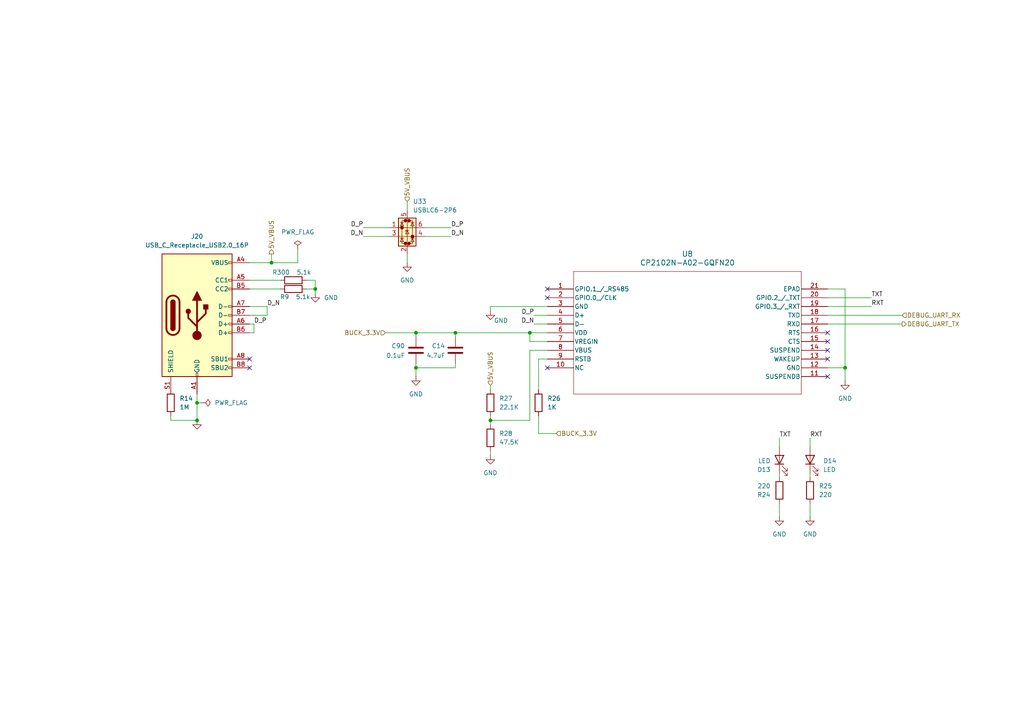
<source format=kicad_sch>
(kicad_sch
	(version 20250114)
	(generator "eeschema")
	(generator_version "9.0")
	(uuid "5cfccfb6-211d-4799-b1db-930af0654f74")
	(paper "A4")
	(lib_symbols
		(symbol "CP2102N-A02-GQFN20_1"
			(pin_names
				(offset 0.254)
			)
			(exclude_from_sim no)
			(in_bom yes)
			(on_board yes)
			(property "Reference" "U8"
				(at 40.64 10.16 0)
				(effects
					(font
						(size 1.524 1.524)
					)
				)
			)
			(property "Value" "CP2102N-A02-GQFN20"
				(at 40.64 7.62 0)
				(effects
					(font
						(size 1.524 1.524)
					)
				)
			)
			(property "Footprint" ""
				(at 0 0 0)
				(effects
					(font
						(size 1.27 1.27)
						(italic yes)
					)
					(hide yes)
				)
			)
			(property "Datasheet" "CP2102N-A02-GQFN20"
				(at 0 0 0)
				(effects
					(font
						(size 1.27 1.27)
						(italic yes)
					)
					(hide yes)
				)
			)
			(property "Description" ""
				(at 0 0 0)
				(effects
					(font
						(size 1.27 1.27)
					)
					(hide yes)
				)
			)
			(property "ki_locked" ""
				(at 0 0 0)
				(effects
					(font
						(size 1.27 1.27)
					)
				)
			)
			(property "ki_keywords" "CP2102N-A02-GQFN20"
				(at 0 0 0)
				(effects
					(font
						(size 1.27 1.27)
					)
					(hide yes)
				)
			)
			(property "ki_fp_filters" "QFN20_CP2102N_SIL QFN20_CP2102N_SIL-M QFN20_CP2102N_SIL-L"
				(at 0 0 0)
				(effects
					(font
						(size 1.27 1.27)
					)
					(hide yes)
				)
			)
			(symbol "CP2102N-A02-GQFN20_1_0_1"
				(polyline
					(pts
						(xy 7.62 5.08) (xy 7.62 -30.48)
					)
					(stroke
						(width 0.127)
						(type default)
					)
					(fill
						(type none)
					)
				)
				(polyline
					(pts
						(xy 7.62 -30.48) (xy 73.66 -30.48)
					)
					(stroke
						(width 0.127)
						(type default)
					)
					(fill
						(type none)
					)
				)
				(polyline
					(pts
						(xy 73.66 5.08) (xy 7.62 5.08)
					)
					(stroke
						(width 0.127)
						(type default)
					)
					(fill
						(type none)
					)
				)
				(polyline
					(pts
						(xy 73.66 -30.48) (xy 73.66 5.08)
					)
					(stroke
						(width 0.127)
						(type default)
					)
					(fill
						(type none)
					)
				)
				(pin power_in line
					(at 0 -12.7 0)
					(length 7.62)
					(name "VDD"
						(effects
							(font
								(size 1.27 1.27)
							)
						)
					)
					(number "6"
						(effects
							(font
								(size 1.27 1.27)
							)
						)
					)
				)
				(pin bidirectional line
					(at 81.28 -2.54 180)
					(length 7.62)
					(name "GPIO.2_/_TXT"
						(effects
							(font
								(size 1.27 1.27)
							)
						)
					)
					(number "20"
						(effects
							(font
								(size 1.27 1.27)
							)
						)
					)
				)
				(pin bidirectional line
					(at 81.28 -5.08 180)
					(length 7.62)
					(name "GPIO.3_/_RXT"
						(effects
							(font
								(size 1.27 1.27)
							)
						)
					)
					(number "19"
						(effects
							(font
								(size 1.27 1.27)
							)
						)
					)
				)
			)
			(symbol "CP2102N-A02-GQFN20_1_1_1"
				(pin passive line
					(at 0 0 0)
					(length 7.62)
					(name "GPIO.1_/_RS485"
						(effects
							(font
								(size 1.27 1.27)
							)
						)
					)
					(number "1"
						(effects
							(font
								(size 1.27 1.27)
							)
						)
					)
				)
				(pin passive line
					(at 0 -2.54 0)
					(length 7.62)
					(name "GPIO.0_/CLK"
						(effects
							(font
								(size 1.27 1.27)
							)
						)
					)
					(number "2"
						(effects
							(font
								(size 1.27 1.27)
							)
						)
					)
				)
				(pin power_in line
					(at 0 -5.08 0)
					(length 7.62)
					(name "GND"
						(effects
							(font
								(size 1.27 1.27)
							)
						)
					)
					(number "3"
						(effects
							(font
								(size 1.27 1.27)
							)
						)
					)
				)
				(pin bidirectional line
					(at 0 -7.62 0)
					(length 7.62)
					(name "D+"
						(effects
							(font
								(size 1.27 1.27)
							)
						)
					)
					(number "4"
						(effects
							(font
								(size 1.27 1.27)
							)
						)
					)
				)
				(pin bidirectional line
					(at 0 -10.16 0)
					(length 7.62)
					(name "D-"
						(effects
							(font
								(size 1.27 1.27)
							)
						)
					)
					(number "5"
						(effects
							(font
								(size 1.27 1.27)
							)
						)
					)
				)
				(pin input line
					(at 0 -15.24 0)
					(length 7.62)
					(name "VREGIN"
						(effects
							(font
								(size 1.27 1.27)
							)
						)
					)
					(number "7"
						(effects
							(font
								(size 1.27 1.27)
							)
						)
					)
				)
				(pin input line
					(at 0 -17.78 0)
					(length 7.62)
					(name "VBUS"
						(effects
							(font
								(size 1.27 1.27)
							)
						)
					)
					(number "8"
						(effects
							(font
								(size 1.27 1.27)
							)
						)
					)
				)
				(pin input line
					(at 0 -20.32 0)
					(length 7.62)
					(name "RSTB"
						(effects
							(font
								(size 1.27 1.27)
							)
						)
					)
					(number "9"
						(effects
							(font
								(size 1.27 1.27)
							)
						)
					)
				)
				(pin input line
					(at 0 -22.86 0)
					(length 7.62)
					(name "NC"
						(effects
							(font
								(size 1.27 1.27)
							)
						)
					)
					(number "10"
						(effects
							(font
								(size 1.27 1.27)
							)
						)
					)
				)
				(pin input line
					(at 81.28 0 180)
					(length 7.62)
					(name "EPAD"
						(effects
							(font
								(size 1.27 1.27)
							)
						)
					)
					(number "21"
						(effects
							(font
								(size 1.27 1.27)
							)
						)
					)
				)
				(pin output line
					(at 81.28 -7.62 180)
					(length 7.62)
					(name "TXD"
						(effects
							(font
								(size 1.27 1.27)
							)
						)
					)
					(number "18"
						(effects
							(font
								(size 1.27 1.27)
							)
						)
					)
				)
				(pin input line
					(at 81.28 -10.16 180)
					(length 7.62)
					(name "RXD"
						(effects
							(font
								(size 1.27 1.27)
							)
						)
					)
					(number "17"
						(effects
							(font
								(size 1.27 1.27)
							)
						)
					)
				)
				(pin passive line
					(at 81.28 -12.7 180)
					(length 7.62)
					(name "RTS"
						(effects
							(font
								(size 1.27 1.27)
							)
						)
					)
					(number "16"
						(effects
							(font
								(size 1.27 1.27)
							)
						)
					)
				)
				(pin passive line
					(at 81.28 -15.24 180)
					(length 7.62)
					(name "CTS"
						(effects
							(font
								(size 1.27 1.27)
							)
						)
					)
					(number "15"
						(effects
							(font
								(size 1.27 1.27)
							)
						)
					)
				)
				(pin passive line
					(at 81.28 -17.78 180)
					(length 7.62)
					(name "SUSPEND"
						(effects
							(font
								(size 1.27 1.27)
							)
						)
					)
					(number "14"
						(effects
							(font
								(size 1.27 1.27)
							)
						)
					)
				)
				(pin passive line
					(at 81.28 -20.32 180)
					(length 7.62)
					(name "WAKEUP"
						(effects
							(font
								(size 1.27 1.27)
							)
						)
					)
					(number "13"
						(effects
							(font
								(size 1.27 1.27)
							)
						)
					)
				)
				(pin input line
					(at 81.28 -22.86 180)
					(length 7.62)
					(name "GND"
						(effects
							(font
								(size 1.27 1.27)
							)
						)
					)
					(number "12"
						(effects
							(font
								(size 1.27 1.27)
							)
						)
					)
				)
				(pin passive line
					(at 81.28 -25.4 180)
					(length 7.62)
					(name "SUSPENDB"
						(effects
							(font
								(size 1.27 1.27)
							)
						)
					)
					(number "11"
						(effects
							(font
								(size 1.27 1.27)
							)
						)
					)
				)
			)
			(embedded_fonts no)
		)
		(symbol "Connector:USB_C_Receptacle_USB2.0_16P"
			(pin_names
				(offset 1.016)
			)
			(exclude_from_sim no)
			(in_bom yes)
			(on_board yes)
			(property "Reference" "J"
				(at 0 22.225 0)
				(effects
					(font
						(size 1.27 1.27)
					)
				)
			)
			(property "Value" "USB_C_Receptacle_USB2.0_16P"
				(at 0 19.685 0)
				(effects
					(font
						(size 1.27 1.27)
					)
				)
			)
			(property "Footprint" ""
				(at 3.81 0 0)
				(effects
					(font
						(size 1.27 1.27)
					)
					(hide yes)
				)
			)
			(property "Datasheet" "https://www.usb.org/sites/default/files/documents/usb_type-c.zip"
				(at 3.81 0 0)
				(effects
					(font
						(size 1.27 1.27)
					)
					(hide yes)
				)
			)
			(property "Description" "USB 2.0-only 16P Type-C Receptacle connector"
				(at 0 0 0)
				(effects
					(font
						(size 1.27 1.27)
					)
					(hide yes)
				)
			)
			(property "ki_keywords" "usb universal serial bus type-C USB2.0"
				(at 0 0 0)
				(effects
					(font
						(size 1.27 1.27)
					)
					(hide yes)
				)
			)
			(property "ki_fp_filters" "USB*C*Receptacle*"
				(at 0 0 0)
				(effects
					(font
						(size 1.27 1.27)
					)
					(hide yes)
				)
			)
			(symbol "USB_C_Receptacle_USB2.0_16P_0_0"
				(rectangle
					(start -0.254 -17.78)
					(end 0.254 -16.764)
					(stroke
						(width 0)
						(type default)
					)
					(fill
						(type none)
					)
				)
				(rectangle
					(start 10.16 15.494)
					(end 9.144 14.986)
					(stroke
						(width 0)
						(type default)
					)
					(fill
						(type none)
					)
				)
				(rectangle
					(start 10.16 10.414)
					(end 9.144 9.906)
					(stroke
						(width 0)
						(type default)
					)
					(fill
						(type none)
					)
				)
				(rectangle
					(start 10.16 7.874)
					(end 9.144 7.366)
					(stroke
						(width 0)
						(type default)
					)
					(fill
						(type none)
					)
				)
				(rectangle
					(start 10.16 2.794)
					(end 9.144 2.286)
					(stroke
						(width 0)
						(type default)
					)
					(fill
						(type none)
					)
				)
				(rectangle
					(start 10.16 0.254)
					(end 9.144 -0.254)
					(stroke
						(width 0)
						(type default)
					)
					(fill
						(type none)
					)
				)
				(rectangle
					(start 10.16 -2.286)
					(end 9.144 -2.794)
					(stroke
						(width 0)
						(type default)
					)
					(fill
						(type none)
					)
				)
				(rectangle
					(start 10.16 -4.826)
					(end 9.144 -5.334)
					(stroke
						(width 0)
						(type default)
					)
					(fill
						(type none)
					)
				)
				(rectangle
					(start 10.16 -12.446)
					(end 9.144 -12.954)
					(stroke
						(width 0)
						(type default)
					)
					(fill
						(type none)
					)
				)
				(rectangle
					(start 10.16 -14.986)
					(end 9.144 -15.494)
					(stroke
						(width 0)
						(type default)
					)
					(fill
						(type none)
					)
				)
			)
			(symbol "USB_C_Receptacle_USB2.0_16P_0_1"
				(rectangle
					(start -10.16 17.78)
					(end 10.16 -17.78)
					(stroke
						(width 0.254)
						(type default)
					)
					(fill
						(type background)
					)
				)
				(polyline
					(pts
						(xy -8.89 -3.81) (xy -8.89 3.81)
					)
					(stroke
						(width 0.508)
						(type default)
					)
					(fill
						(type none)
					)
				)
				(rectangle
					(start -7.62 -3.81)
					(end -6.35 3.81)
					(stroke
						(width 0.254)
						(type default)
					)
					(fill
						(type outline)
					)
				)
				(arc
					(start -7.62 3.81)
					(mid -6.985 4.4423)
					(end -6.35 3.81)
					(stroke
						(width 0.254)
						(type default)
					)
					(fill
						(type none)
					)
				)
				(arc
					(start -7.62 3.81)
					(mid -6.985 4.4423)
					(end -6.35 3.81)
					(stroke
						(width 0.254)
						(type default)
					)
					(fill
						(type outline)
					)
				)
				(arc
					(start -8.89 3.81)
					(mid -6.985 5.7067)
					(end -5.08 3.81)
					(stroke
						(width 0.508)
						(type default)
					)
					(fill
						(type none)
					)
				)
				(arc
					(start -5.08 -3.81)
					(mid -6.985 -5.7067)
					(end -8.89 -3.81)
					(stroke
						(width 0.508)
						(type default)
					)
					(fill
						(type none)
					)
				)
				(arc
					(start -6.35 -3.81)
					(mid -6.985 -4.4423)
					(end -7.62 -3.81)
					(stroke
						(width 0.254)
						(type default)
					)
					(fill
						(type none)
					)
				)
				(arc
					(start -6.35 -3.81)
					(mid -6.985 -4.4423)
					(end -7.62 -3.81)
					(stroke
						(width 0.254)
						(type default)
					)
					(fill
						(type outline)
					)
				)
				(polyline
					(pts
						(xy -5.08 3.81) (xy -5.08 -3.81)
					)
					(stroke
						(width 0.508)
						(type default)
					)
					(fill
						(type none)
					)
				)
				(circle
					(center -2.54 1.143)
					(radius 0.635)
					(stroke
						(width 0.254)
						(type default)
					)
					(fill
						(type outline)
					)
				)
				(polyline
					(pts
						(xy -1.27 4.318) (xy 0 6.858) (xy 1.27 4.318) (xy -1.27 4.318)
					)
					(stroke
						(width 0.254)
						(type default)
					)
					(fill
						(type outline)
					)
				)
				(polyline
					(pts
						(xy 0 -2.032) (xy 2.54 0.508) (xy 2.54 1.778)
					)
					(stroke
						(width 0.508)
						(type default)
					)
					(fill
						(type none)
					)
				)
				(polyline
					(pts
						(xy 0 -3.302) (xy -2.54 -0.762) (xy -2.54 0.508)
					)
					(stroke
						(width 0.508)
						(type default)
					)
					(fill
						(type none)
					)
				)
				(polyline
					(pts
						(xy 0 -5.842) (xy 0 4.318)
					)
					(stroke
						(width 0.508)
						(type default)
					)
					(fill
						(type none)
					)
				)
				(circle
					(center 0 -5.842)
					(radius 1.27)
					(stroke
						(width 0)
						(type default)
					)
					(fill
						(type outline)
					)
				)
				(rectangle
					(start 1.905 1.778)
					(end 3.175 3.048)
					(stroke
						(width 0.254)
						(type default)
					)
					(fill
						(type outline)
					)
				)
			)
			(symbol "USB_C_Receptacle_USB2.0_16P_1_1"
				(pin passive line
					(at -7.62 -22.86 90)
					(length 5.08)
					(name "SHIELD"
						(effects
							(font
								(size 1.27 1.27)
							)
						)
					)
					(number "S1"
						(effects
							(font
								(size 1.27 1.27)
							)
						)
					)
				)
				(pin passive line
					(at 0 -22.86 90)
					(length 5.08)
					(name "GND"
						(effects
							(font
								(size 1.27 1.27)
							)
						)
					)
					(number "A1"
						(effects
							(font
								(size 1.27 1.27)
							)
						)
					)
				)
				(pin passive line
					(at 0 -22.86 90)
					(length 5.08)
					(hide yes)
					(name "GND"
						(effects
							(font
								(size 1.27 1.27)
							)
						)
					)
					(number "A12"
						(effects
							(font
								(size 1.27 1.27)
							)
						)
					)
				)
				(pin passive line
					(at 0 -22.86 90)
					(length 5.08)
					(hide yes)
					(name "GND"
						(effects
							(font
								(size 1.27 1.27)
							)
						)
					)
					(number "B1"
						(effects
							(font
								(size 1.27 1.27)
							)
						)
					)
				)
				(pin passive line
					(at 0 -22.86 90)
					(length 5.08)
					(hide yes)
					(name "GND"
						(effects
							(font
								(size 1.27 1.27)
							)
						)
					)
					(number "B12"
						(effects
							(font
								(size 1.27 1.27)
							)
						)
					)
				)
				(pin passive line
					(at 15.24 15.24 180)
					(length 5.08)
					(name "VBUS"
						(effects
							(font
								(size 1.27 1.27)
							)
						)
					)
					(number "A4"
						(effects
							(font
								(size 1.27 1.27)
							)
						)
					)
				)
				(pin passive line
					(at 15.24 15.24 180)
					(length 5.08)
					(hide yes)
					(name "VBUS"
						(effects
							(font
								(size 1.27 1.27)
							)
						)
					)
					(number "A9"
						(effects
							(font
								(size 1.27 1.27)
							)
						)
					)
				)
				(pin passive line
					(at 15.24 15.24 180)
					(length 5.08)
					(hide yes)
					(name "VBUS"
						(effects
							(font
								(size 1.27 1.27)
							)
						)
					)
					(number "B4"
						(effects
							(font
								(size 1.27 1.27)
							)
						)
					)
				)
				(pin passive line
					(at 15.24 15.24 180)
					(length 5.08)
					(hide yes)
					(name "VBUS"
						(effects
							(font
								(size 1.27 1.27)
							)
						)
					)
					(number "B9"
						(effects
							(font
								(size 1.27 1.27)
							)
						)
					)
				)
				(pin bidirectional line
					(at 15.24 10.16 180)
					(length 5.08)
					(name "CC1"
						(effects
							(font
								(size 1.27 1.27)
							)
						)
					)
					(number "A5"
						(effects
							(font
								(size 1.27 1.27)
							)
						)
					)
				)
				(pin bidirectional line
					(at 15.24 7.62 180)
					(length 5.08)
					(name "CC2"
						(effects
							(font
								(size 1.27 1.27)
							)
						)
					)
					(number "B5"
						(effects
							(font
								(size 1.27 1.27)
							)
						)
					)
				)
				(pin bidirectional line
					(at 15.24 2.54 180)
					(length 5.08)
					(name "D-"
						(effects
							(font
								(size 1.27 1.27)
							)
						)
					)
					(number "A7"
						(effects
							(font
								(size 1.27 1.27)
							)
						)
					)
				)
				(pin bidirectional line
					(at 15.24 0 180)
					(length 5.08)
					(name "D-"
						(effects
							(font
								(size 1.27 1.27)
							)
						)
					)
					(number "B7"
						(effects
							(font
								(size 1.27 1.27)
							)
						)
					)
				)
				(pin bidirectional line
					(at 15.24 -2.54 180)
					(length 5.08)
					(name "D+"
						(effects
							(font
								(size 1.27 1.27)
							)
						)
					)
					(number "A6"
						(effects
							(font
								(size 1.27 1.27)
							)
						)
					)
				)
				(pin bidirectional line
					(at 15.24 -5.08 180)
					(length 5.08)
					(name "D+"
						(effects
							(font
								(size 1.27 1.27)
							)
						)
					)
					(number "B6"
						(effects
							(font
								(size 1.27 1.27)
							)
						)
					)
				)
				(pin bidirectional line
					(at 15.24 -12.7 180)
					(length 5.08)
					(name "SBU1"
						(effects
							(font
								(size 1.27 1.27)
							)
						)
					)
					(number "A8"
						(effects
							(font
								(size 1.27 1.27)
							)
						)
					)
				)
				(pin bidirectional line
					(at 15.24 -15.24 180)
					(length 5.08)
					(name "SBU2"
						(effects
							(font
								(size 1.27 1.27)
							)
						)
					)
					(number "B8"
						(effects
							(font
								(size 1.27 1.27)
							)
						)
					)
				)
			)
			(embedded_fonts no)
		)
		(symbol "Device:C"
			(pin_numbers
				(hide yes)
			)
			(pin_names
				(offset 0.254)
			)
			(exclude_from_sim no)
			(in_bom yes)
			(on_board yes)
			(property "Reference" "C"
				(at 0.635 2.54 0)
				(effects
					(font
						(size 1.27 1.27)
					)
					(justify left)
				)
			)
			(property "Value" "C"
				(at 0.635 -2.54 0)
				(effects
					(font
						(size 1.27 1.27)
					)
					(justify left)
				)
			)
			(property "Footprint" ""
				(at 0.9652 -3.81 0)
				(effects
					(font
						(size 1.27 1.27)
					)
					(hide yes)
				)
			)
			(property "Datasheet" "~"
				(at 0 0 0)
				(effects
					(font
						(size 1.27 1.27)
					)
					(hide yes)
				)
			)
			(property "Description" "Unpolarized capacitor"
				(at 0 0 0)
				(effects
					(font
						(size 1.27 1.27)
					)
					(hide yes)
				)
			)
			(property "ki_keywords" "cap capacitor"
				(at 0 0 0)
				(effects
					(font
						(size 1.27 1.27)
					)
					(hide yes)
				)
			)
			(property "ki_fp_filters" "C_*"
				(at 0 0 0)
				(effects
					(font
						(size 1.27 1.27)
					)
					(hide yes)
				)
			)
			(symbol "C_0_1"
				(polyline
					(pts
						(xy -2.032 0.762) (xy 2.032 0.762)
					)
					(stroke
						(width 0.508)
						(type default)
					)
					(fill
						(type none)
					)
				)
				(polyline
					(pts
						(xy -2.032 -0.762) (xy 2.032 -0.762)
					)
					(stroke
						(width 0.508)
						(type default)
					)
					(fill
						(type none)
					)
				)
			)
			(symbol "C_1_1"
				(pin passive line
					(at 0 3.81 270)
					(length 2.794)
					(name "~"
						(effects
							(font
								(size 1.27 1.27)
							)
						)
					)
					(number "1"
						(effects
							(font
								(size 1.27 1.27)
							)
						)
					)
				)
				(pin passive line
					(at 0 -3.81 90)
					(length 2.794)
					(name "~"
						(effects
							(font
								(size 1.27 1.27)
							)
						)
					)
					(number "2"
						(effects
							(font
								(size 1.27 1.27)
							)
						)
					)
				)
			)
			(embedded_fonts no)
		)
		(symbol "Device:LED"
			(pin_numbers
				(hide yes)
			)
			(pin_names
				(offset 1.016)
				(hide yes)
			)
			(exclude_from_sim no)
			(in_bom yes)
			(on_board yes)
			(property "Reference" "D"
				(at 0 2.54 0)
				(effects
					(font
						(size 1.27 1.27)
					)
				)
			)
			(property "Value" "LED"
				(at 0 -2.54 0)
				(effects
					(font
						(size 1.27 1.27)
					)
				)
			)
			(property "Footprint" ""
				(at 0 0 0)
				(effects
					(font
						(size 1.27 1.27)
					)
					(hide yes)
				)
			)
			(property "Datasheet" "~"
				(at 0 0 0)
				(effects
					(font
						(size 1.27 1.27)
					)
					(hide yes)
				)
			)
			(property "Description" "Light emitting diode"
				(at 0 0 0)
				(effects
					(font
						(size 1.27 1.27)
					)
					(hide yes)
				)
			)
			(property "Sim.Pins" "1=K 2=A"
				(at 0 0 0)
				(effects
					(font
						(size 1.27 1.27)
					)
					(hide yes)
				)
			)
			(property "ki_keywords" "LED diode"
				(at 0 0 0)
				(effects
					(font
						(size 1.27 1.27)
					)
					(hide yes)
				)
			)
			(property "ki_fp_filters" "LED* LED_SMD:* LED_THT:*"
				(at 0 0 0)
				(effects
					(font
						(size 1.27 1.27)
					)
					(hide yes)
				)
			)
			(symbol "LED_0_1"
				(polyline
					(pts
						(xy -3.048 -0.762) (xy -4.572 -2.286) (xy -3.81 -2.286) (xy -4.572 -2.286) (xy -4.572 -1.524)
					)
					(stroke
						(width 0)
						(type default)
					)
					(fill
						(type none)
					)
				)
				(polyline
					(pts
						(xy -1.778 -0.762) (xy -3.302 -2.286) (xy -2.54 -2.286) (xy -3.302 -2.286) (xy -3.302 -1.524)
					)
					(stroke
						(width 0)
						(type default)
					)
					(fill
						(type none)
					)
				)
				(polyline
					(pts
						(xy -1.27 0) (xy 1.27 0)
					)
					(stroke
						(width 0)
						(type default)
					)
					(fill
						(type none)
					)
				)
				(polyline
					(pts
						(xy -1.27 -1.27) (xy -1.27 1.27)
					)
					(stroke
						(width 0.254)
						(type default)
					)
					(fill
						(type none)
					)
				)
				(polyline
					(pts
						(xy 1.27 -1.27) (xy 1.27 1.27) (xy -1.27 0) (xy 1.27 -1.27)
					)
					(stroke
						(width 0.254)
						(type default)
					)
					(fill
						(type none)
					)
				)
			)
			(symbol "LED_1_1"
				(pin passive line
					(at -3.81 0 0)
					(length 2.54)
					(name "K"
						(effects
							(font
								(size 1.27 1.27)
							)
						)
					)
					(number "1"
						(effects
							(font
								(size 1.27 1.27)
							)
						)
					)
				)
				(pin passive line
					(at 3.81 0 180)
					(length 2.54)
					(name "A"
						(effects
							(font
								(size 1.27 1.27)
							)
						)
					)
					(number "2"
						(effects
							(font
								(size 1.27 1.27)
							)
						)
					)
				)
			)
			(embedded_fonts no)
		)
		(symbol "Device:R"
			(pin_numbers
				(hide yes)
			)
			(pin_names
				(offset 0)
			)
			(exclude_from_sim no)
			(in_bom yes)
			(on_board yes)
			(property "Reference" "R"
				(at 2.032 0 90)
				(effects
					(font
						(size 1.27 1.27)
					)
				)
			)
			(property "Value" "R"
				(at 0 0 90)
				(effects
					(font
						(size 1.27 1.27)
					)
				)
			)
			(property "Footprint" ""
				(at -1.778 0 90)
				(effects
					(font
						(size 1.27 1.27)
					)
					(hide yes)
				)
			)
			(property "Datasheet" "~"
				(at 0 0 0)
				(effects
					(font
						(size 1.27 1.27)
					)
					(hide yes)
				)
			)
			(property "Description" "Resistor"
				(at 0 0 0)
				(effects
					(font
						(size 1.27 1.27)
					)
					(hide yes)
				)
			)
			(property "ki_keywords" "R res resistor"
				(at 0 0 0)
				(effects
					(font
						(size 1.27 1.27)
					)
					(hide yes)
				)
			)
			(property "ki_fp_filters" "R_*"
				(at 0 0 0)
				(effects
					(font
						(size 1.27 1.27)
					)
					(hide yes)
				)
			)
			(symbol "R_0_1"
				(rectangle
					(start -1.016 -2.54)
					(end 1.016 2.54)
					(stroke
						(width 0.254)
						(type default)
					)
					(fill
						(type none)
					)
				)
			)
			(symbol "R_1_1"
				(pin passive line
					(at 0 3.81 270)
					(length 1.27)
					(name "~"
						(effects
							(font
								(size 1.27 1.27)
							)
						)
					)
					(number "1"
						(effects
							(font
								(size 1.27 1.27)
							)
						)
					)
				)
				(pin passive line
					(at 0 -3.81 90)
					(length 1.27)
					(name "~"
						(effects
							(font
								(size 1.27 1.27)
							)
						)
					)
					(number "2"
						(effects
							(font
								(size 1.27 1.27)
							)
						)
					)
				)
			)
			(embedded_fonts no)
		)
		(symbol "Power_Protection:USBLC6-2P6"
			(pin_names
				(hide yes)
			)
			(exclude_from_sim no)
			(in_bom yes)
			(on_board yes)
			(property "Reference" "U"
				(at 0.635 5.715 0)
				(effects
					(font
						(size 1.27 1.27)
					)
					(justify left)
				)
			)
			(property "Value" "USBLC6-2P6"
				(at 0.635 3.81 0)
				(effects
					(font
						(size 1.27 1.27)
					)
					(justify left)
				)
			)
			(property "Footprint" "Package_TO_SOT_SMD:SOT-666"
				(at 1.016 -6.731 0)
				(effects
					(font
						(size 1.27 1.27)
						(italic yes)
					)
					(justify left)
					(hide yes)
				)
			)
			(property "Datasheet" "https://www.st.com/resource/en/datasheet/usblc6-2.pdf"
				(at 1.016 -8.636 0)
				(effects
					(font
						(size 1.27 1.27)
					)
					(justify left)
					(hide yes)
				)
			)
			(property "Description" "Very low capacitance ESD protection diode, 2 data-line, SOT-666"
				(at 0 0 0)
				(effects
					(font
						(size 1.27 1.27)
					)
					(hide yes)
				)
			)
			(property "ki_keywords" "usb ethernet video"
				(at 0 0 0)
				(effects
					(font
						(size 1.27 1.27)
					)
					(hide yes)
				)
			)
			(property "ki_fp_filters" "SOT?666*"
				(at 0 0 0)
				(effects
					(font
						(size 1.27 1.27)
					)
					(hide yes)
				)
			)
			(symbol "USBLC6-2P6_0_0"
				(circle
					(center -1.524 0)
					(radius 0.0001)
					(stroke
						(width 0.508)
						(type default)
					)
					(fill
						(type none)
					)
				)
				(circle
					(center -0.508 2.032)
					(radius 0.0001)
					(stroke
						(width 0.508)
						(type default)
					)
					(fill
						(type none)
					)
				)
				(circle
					(center -0.508 -4.572)
					(radius 0.0001)
					(stroke
						(width 0.508)
						(type default)
					)
					(fill
						(type none)
					)
				)
				(circle
					(center 0.508 2.032)
					(radius 0.0001)
					(stroke
						(width 0.508)
						(type default)
					)
					(fill
						(type none)
					)
				)
				(circle
					(center 0.508 -4.572)
					(radius 0.0001)
					(stroke
						(width 0.508)
						(type default)
					)
					(fill
						(type none)
					)
				)
				(circle
					(center 1.524 -2.54)
					(radius 0.0001)
					(stroke
						(width 0.508)
						(type default)
					)
					(fill
						(type none)
					)
				)
			)
			(symbol "USBLC6-2P6_0_1"
				(polyline
					(pts
						(xy -2.54 0) (xy 2.54 0)
					)
					(stroke
						(width 0)
						(type default)
					)
					(fill
						(type none)
					)
				)
				(polyline
					(pts
						(xy -2.54 -2.54) (xy 2.54 -2.54)
					)
					(stroke
						(width 0)
						(type default)
					)
					(fill
						(type none)
					)
				)
				(polyline
					(pts
						(xy -2.032 0.508) (xy -1.016 0.508) (xy -1.524 1.524) (xy -2.032 0.508)
					)
					(stroke
						(width 0)
						(type default)
					)
					(fill
						(type none)
					)
				)
				(polyline
					(pts
						(xy -2.032 -3.048) (xy -1.016 -3.048)
					)
					(stroke
						(width 0)
						(type default)
					)
					(fill
						(type none)
					)
				)
				(polyline
					(pts
						(xy -1.016 1.524) (xy -2.032 1.524)
					)
					(stroke
						(width 0)
						(type default)
					)
					(fill
						(type none)
					)
				)
				(polyline
					(pts
						(xy -1.016 -4.064) (xy -2.032 -4.064) (xy -1.524 -3.048) (xy -1.016 -4.064)
					)
					(stroke
						(width 0)
						(type default)
					)
					(fill
						(type none)
					)
				)
				(polyline
					(pts
						(xy -0.508 -1.143) (xy -0.508 -0.762) (xy 0.508 -0.762)
					)
					(stroke
						(width 0)
						(type default)
					)
					(fill
						(type none)
					)
				)
				(polyline
					(pts
						(xy 0 2.54) (xy -0.508 2.032) (xy 0.508 2.032) (xy 0 1.524) (xy 0 -4.064) (xy -0.508 -4.572) (xy 0.508 -4.572)
						(xy 0 -5.08)
					)
					(stroke
						(width 0)
						(type default)
					)
					(fill
						(type none)
					)
				)
				(polyline
					(pts
						(xy 0.508 -1.778) (xy -0.508 -1.778) (xy 0 -0.762) (xy 0.508 -1.778)
					)
					(stroke
						(width 0)
						(type default)
					)
					(fill
						(type none)
					)
				)
				(polyline
					(pts
						(xy 1.016 1.524) (xy 2.032 1.524)
					)
					(stroke
						(width 0)
						(type default)
					)
					(fill
						(type none)
					)
				)
				(polyline
					(pts
						(xy 1.016 -3.048) (xy 2.032 -3.048)
					)
					(stroke
						(width 0)
						(type default)
					)
					(fill
						(type none)
					)
				)
				(polyline
					(pts
						(xy 2.032 0.508) (xy 1.016 0.508) (xy 1.524 1.524) (xy 2.032 0.508)
					)
					(stroke
						(width 0)
						(type default)
					)
					(fill
						(type none)
					)
				)
				(polyline
					(pts
						(xy 2.032 -4.064) (xy 1.016 -4.064) (xy 1.524 -3.048) (xy 2.032 -4.064)
					)
					(stroke
						(width 0)
						(type default)
					)
					(fill
						(type none)
					)
				)
			)
			(symbol "USBLC6-2P6_1_1"
				(rectangle
					(start -2.54 2.794)
					(end 2.54 -5.334)
					(stroke
						(width 0.254)
						(type default)
					)
					(fill
						(type background)
					)
				)
				(polyline
					(pts
						(xy -0.508 2.032) (xy -1.524 2.032) (xy -1.524 -4.572) (xy -0.508 -4.572)
					)
					(stroke
						(width 0)
						(type default)
					)
					(fill
						(type none)
					)
				)
				(polyline
					(pts
						(xy 0.508 -4.572) (xy 1.524 -4.572) (xy 1.524 2.032) (xy 0.508 2.032)
					)
					(stroke
						(width 0)
						(type default)
					)
					(fill
						(type none)
					)
				)
				(pin passive line
					(at -5.08 0 0)
					(length 2.54)
					(name "I/O1"
						(effects
							(font
								(size 1.27 1.27)
							)
						)
					)
					(number "1"
						(effects
							(font
								(size 1.27 1.27)
							)
						)
					)
				)
				(pin passive line
					(at -5.08 -2.54 0)
					(length 2.54)
					(name "I/O2"
						(effects
							(font
								(size 1.27 1.27)
							)
						)
					)
					(number "3"
						(effects
							(font
								(size 1.27 1.27)
							)
						)
					)
				)
				(pin passive line
					(at 0 5.08 270)
					(length 2.54)
					(name "VBUS"
						(effects
							(font
								(size 1.27 1.27)
							)
						)
					)
					(number "5"
						(effects
							(font
								(size 1.27 1.27)
							)
						)
					)
				)
				(pin passive line
					(at 0 -7.62 90)
					(length 2.54)
					(name "GND"
						(effects
							(font
								(size 1.27 1.27)
							)
						)
					)
					(number "2"
						(effects
							(font
								(size 1.27 1.27)
							)
						)
					)
				)
				(pin passive line
					(at 5.08 0 180)
					(length 2.54)
					(name "I/O1"
						(effects
							(font
								(size 1.27 1.27)
							)
						)
					)
					(number "6"
						(effects
							(font
								(size 1.27 1.27)
							)
						)
					)
				)
				(pin passive line
					(at 5.08 -2.54 180)
					(length 2.54)
					(name "I/O2"
						(effects
							(font
								(size 1.27 1.27)
							)
						)
					)
					(number "4"
						(effects
							(font
								(size 1.27 1.27)
							)
						)
					)
				)
			)
			(embedded_fonts no)
		)
		(symbol "power:GND"
			(power)
			(pin_numbers
				(hide yes)
			)
			(pin_names
				(offset 0)
				(hide yes)
			)
			(exclude_from_sim no)
			(in_bom yes)
			(on_board yes)
			(property "Reference" "#PWR"
				(at 0 -6.35 0)
				(effects
					(font
						(size 1.27 1.27)
					)
					(hide yes)
				)
			)
			(property "Value" "GND"
				(at 0 -3.81 0)
				(effects
					(font
						(size 1.27 1.27)
					)
				)
			)
			(property "Footprint" ""
				(at 0 0 0)
				(effects
					(font
						(size 1.27 1.27)
					)
					(hide yes)
				)
			)
			(property "Datasheet" ""
				(at 0 0 0)
				(effects
					(font
						(size 1.27 1.27)
					)
					(hide yes)
				)
			)
			(property "Description" "Power symbol creates a global label with name \"GND\" , ground"
				(at 0 0 0)
				(effects
					(font
						(size 1.27 1.27)
					)
					(hide yes)
				)
			)
			(property "ki_keywords" "global power"
				(at 0 0 0)
				(effects
					(font
						(size 1.27 1.27)
					)
					(hide yes)
				)
			)
			(symbol "GND_0_1"
				(polyline
					(pts
						(xy 0 0) (xy 0 -1.27) (xy 1.27 -1.27) (xy 0 -2.54) (xy -1.27 -1.27) (xy 0 -1.27)
					)
					(stroke
						(width 0)
						(type default)
					)
					(fill
						(type none)
					)
				)
			)
			(symbol "GND_1_1"
				(pin power_in line
					(at 0 0 270)
					(length 0)
					(name "~"
						(effects
							(font
								(size 1.27 1.27)
							)
						)
					)
					(number "1"
						(effects
							(font
								(size 1.27 1.27)
							)
						)
					)
				)
			)
			(embedded_fonts no)
		)
		(symbol "power:PWR_FLAG"
			(power)
			(pin_numbers
				(hide yes)
			)
			(pin_names
				(offset 0)
				(hide yes)
			)
			(exclude_from_sim no)
			(in_bom yes)
			(on_board yes)
			(property "Reference" "#FLG"
				(at 0 1.905 0)
				(effects
					(font
						(size 1.27 1.27)
					)
					(hide yes)
				)
			)
			(property "Value" "PWR_FLAG"
				(at 0 3.81 0)
				(effects
					(font
						(size 1.27 1.27)
					)
				)
			)
			(property "Footprint" ""
				(at 0 0 0)
				(effects
					(font
						(size 1.27 1.27)
					)
					(hide yes)
				)
			)
			(property "Datasheet" "~"
				(at 0 0 0)
				(effects
					(font
						(size 1.27 1.27)
					)
					(hide yes)
				)
			)
			(property "Description" "Special symbol for telling ERC where power comes from"
				(at 0 0 0)
				(effects
					(font
						(size 1.27 1.27)
					)
					(hide yes)
				)
			)
			(property "ki_keywords" "flag power"
				(at 0 0 0)
				(effects
					(font
						(size 1.27 1.27)
					)
					(hide yes)
				)
			)
			(symbol "PWR_FLAG_0_0"
				(pin power_out line
					(at 0 0 90)
					(length 0)
					(name "~"
						(effects
							(font
								(size 1.27 1.27)
							)
						)
					)
					(number "1"
						(effects
							(font
								(size 1.27 1.27)
							)
						)
					)
				)
			)
			(symbol "PWR_FLAG_0_1"
				(polyline
					(pts
						(xy 0 0) (xy 0 1.27) (xy -1.016 1.905) (xy 0 2.54) (xy 1.016 1.905) (xy 0 1.27)
					)
					(stroke
						(width 0)
						(type default)
					)
					(fill
						(type none)
					)
				)
			)
			(embedded_fonts no)
		)
	)
	(junction
		(at 132.08 96.52)
		(diameter 0)
		(color 0 0 0 0)
		(uuid "1b1cfe3d-75af-47c0-acae-0c56f7a5fe3c")
	)
	(junction
		(at 57.15 121.92)
		(diameter 0)
		(color 0 0 0 0)
		(uuid "22c2a2ae-31fd-4240-b0b1-305099b38490")
	)
	(junction
		(at 57.15 116.84)
		(diameter 0)
		(color 0 0 0 0)
		(uuid "2b169d4f-5de7-4840-b721-d59f3c8dc5f8")
	)
	(junction
		(at 245.11 106.68)
		(diameter 0)
		(color 0 0 0 0)
		(uuid "4e6759d9-51f4-4d66-9ec8-e1bcea609f5c")
	)
	(junction
		(at 120.65 106.68)
		(diameter 0)
		(color 0 0 0 0)
		(uuid "5f11d109-8d13-46fe-8dfc-07b7987273ad")
	)
	(junction
		(at 78.74 76.2)
		(diameter 0)
		(color 0 0 0 0)
		(uuid "70a7a10d-6b1b-416e-beb5-6f09b977582a")
	)
	(junction
		(at 142.24 121.92)
		(diameter 0)
		(color 0 0 0 0)
		(uuid "aeb9b3e9-c24b-4461-9460-8d05a768ba45")
	)
	(junction
		(at 91.44 83.82)
		(diameter 0)
		(color 0 0 0 0)
		(uuid "b0c10d72-f9c3-4521-b8e8-13b1ae8c22be")
	)
	(junction
		(at 153.67 96.52)
		(diameter 0)
		(color 0 0 0 0)
		(uuid "dbde840b-c53f-471c-aefd-ac6dcf8c4dc0")
	)
	(junction
		(at 120.65 96.52)
		(diameter 0)
		(color 0 0 0 0)
		(uuid "f4338e12-5d6e-4c59-bf0e-6887edb7d2de")
	)
	(no_connect
		(at 158.75 86.36)
		(uuid "0c00a087-5d9f-48af-9236-168462733532")
	)
	(no_connect
		(at 158.75 83.82)
		(uuid "11e713da-b844-4200-9fc9-029f44e79abb")
	)
	(no_connect
		(at 240.03 96.52)
		(uuid "14463b5b-5b72-4dfc-8a11-75bfc16980af")
	)
	(no_connect
		(at 240.03 104.14)
		(uuid "23cd7e67-d101-40d6-8c90-1a8e99fdce3d")
	)
	(no_connect
		(at 240.03 101.6)
		(uuid "6d9f3695-2481-4f72-97b1-483d232372f6")
	)
	(no_connect
		(at 240.03 99.06)
		(uuid "a17e68a3-062f-4982-b115-cb56bcfebccd")
	)
	(no_connect
		(at 72.39 106.68)
		(uuid "a8a07330-e96d-4507-bbed-8b6a3e3b3bb0")
	)
	(no_connect
		(at 240.03 109.22)
		(uuid "b6862d87-ccc7-4a17-9ac3-dae032f7af5b")
	)
	(no_connect
		(at 158.75 106.68)
		(uuid "cb954dc6-d67f-4bc3-a197-f5216c61d73c")
	)
	(no_connect
		(at 72.39 104.14)
		(uuid "e0b76617-5d41-414a-935a-667331a7cffd")
	)
	(wire
		(pts
			(xy 118.11 76.2) (xy 118.11 73.66)
		)
		(stroke
			(width 0)
			(type default)
		)
		(uuid "01cd4776-fc1f-4ff6-a159-bfd14c2b1105")
	)
	(wire
		(pts
			(xy 142.24 130.81) (xy 142.24 132.08)
		)
		(stroke
			(width 0)
			(type default)
		)
		(uuid "022e6caa-3b69-4d8c-9187-4ed957dee498")
	)
	(wire
		(pts
			(xy 252.73 86.36) (xy 240.03 86.36)
		)
		(stroke
			(width 0)
			(type default)
		)
		(uuid "06c328a1-5f5e-4cb2-8f15-23a3acd18613")
	)
	(wire
		(pts
			(xy 49.53 121.92) (xy 57.15 121.92)
		)
		(stroke
			(width 0)
			(type default)
		)
		(uuid "08089561-119b-4c7b-9054-76d7de3a4d0a")
	)
	(wire
		(pts
			(xy 120.65 106.68) (xy 132.08 106.68)
		)
		(stroke
			(width 0)
			(type default)
		)
		(uuid "0caa31c3-67ff-4b5f-a653-f561b0d08f30")
	)
	(wire
		(pts
			(xy 86.36 72.39) (xy 86.36 76.2)
		)
		(stroke
			(width 0)
			(type default)
		)
		(uuid "0d50d001-155a-4fd4-96ba-4863b4873a2e")
	)
	(wire
		(pts
			(xy 234.95 138.43) (xy 234.95 137.16)
		)
		(stroke
			(width 0)
			(type default)
		)
		(uuid "0fafb01d-98a2-4b51-8304-b4e283df5cf6")
	)
	(wire
		(pts
			(xy 91.44 83.82) (xy 88.9 83.82)
		)
		(stroke
			(width 0)
			(type default)
		)
		(uuid "140c7d91-c5e8-4dcd-ad45-02c4857bc8d0")
	)
	(wire
		(pts
			(xy 153.67 99.06) (xy 153.67 96.52)
		)
		(stroke
			(width 0)
			(type default)
		)
		(uuid "1508d950-145a-4d94-9cb1-e8f6a66aac2f")
	)
	(wire
		(pts
			(xy 81.28 83.82) (xy 72.39 83.82)
		)
		(stroke
			(width 0)
			(type default)
		)
		(uuid "16779a17-a78f-4802-86c7-7a5229c1f849")
	)
	(wire
		(pts
			(xy 158.75 101.6) (xy 153.67 101.6)
		)
		(stroke
			(width 0)
			(type default)
		)
		(uuid "1affedc6-e9fc-4cfd-9c4c-5332302beca3")
	)
	(wire
		(pts
			(xy 78.74 76.2) (xy 72.39 76.2)
		)
		(stroke
			(width 0)
			(type default)
		)
		(uuid "1b3669a5-54f4-448f-bf4b-54b234a6dbdf")
	)
	(wire
		(pts
			(xy 234.95 149.86) (xy 234.95 146.05)
		)
		(stroke
			(width 0)
			(type default)
		)
		(uuid "1b582e18-9179-4a2b-b892-8b1f92bcc139")
	)
	(wire
		(pts
			(xy 105.41 68.58) (xy 113.03 68.58)
		)
		(stroke
			(width 0)
			(type default)
		)
		(uuid "1ef9ff1b-4188-4107-bc30-4ec7b74470ae")
	)
	(wire
		(pts
			(xy 132.08 106.68) (xy 132.08 105.41)
		)
		(stroke
			(width 0)
			(type default)
		)
		(uuid "25f804b2-47f0-4859-8563-07b662c03488")
	)
	(wire
		(pts
			(xy 226.06 138.43) (xy 226.06 137.16)
		)
		(stroke
			(width 0)
			(type default)
		)
		(uuid "2b485393-9f2c-46be-b038-5aac7660aa0c")
	)
	(wire
		(pts
			(xy 120.65 109.22) (xy 120.65 106.68)
		)
		(stroke
			(width 0)
			(type default)
		)
		(uuid "2ef3501b-dd1b-4df8-bcd5-590c1a289df4")
	)
	(wire
		(pts
			(xy 120.65 97.79) (xy 120.65 96.52)
		)
		(stroke
			(width 0)
			(type default)
		)
		(uuid "2f4b8d0a-4f5a-4df5-a74c-eafe454e6132")
	)
	(wire
		(pts
			(xy 142.24 88.9) (xy 158.75 88.9)
		)
		(stroke
			(width 0)
			(type default)
		)
		(uuid "2f750a5f-6667-4f24-b244-55fb33bce908")
	)
	(wire
		(pts
			(xy 78.74 73.66) (xy 78.74 76.2)
		)
		(stroke
			(width 0)
			(type default)
		)
		(uuid "2fdcf44c-98cb-4edd-9858-0b5d679605f5")
	)
	(wire
		(pts
			(xy 49.53 113.03) (xy 49.53 114.3)
		)
		(stroke
			(width 0)
			(type default)
		)
		(uuid "32d25606-8908-489d-8502-c11140f4d8a4")
	)
	(wire
		(pts
			(xy 156.21 104.14) (xy 156.21 113.03)
		)
		(stroke
			(width 0)
			(type default)
		)
		(uuid "32ef105a-f81a-4535-b264-5680b5e2b737")
	)
	(wire
		(pts
			(xy 49.53 120.65) (xy 49.53 121.92)
		)
		(stroke
			(width 0)
			(type default)
		)
		(uuid "37091a38-18b4-4a53-bbcf-77fb5248b03e")
	)
	(wire
		(pts
			(xy 73.66 96.52) (xy 72.39 96.52)
		)
		(stroke
			(width 0)
			(type default)
		)
		(uuid "3dd355a9-13b5-4128-9b81-0af5a332a06e")
	)
	(wire
		(pts
			(xy 120.65 105.41) (xy 120.65 106.68)
		)
		(stroke
			(width 0)
			(type default)
		)
		(uuid "42b493dd-eaf8-4a9a-b71c-2d9b670f4f1c")
	)
	(wire
		(pts
			(xy 240.03 91.44) (xy 261.62 91.44)
		)
		(stroke
			(width 0)
			(type default)
		)
		(uuid "439aecc7-1878-41d5-b8d6-2e70c85f31bb")
	)
	(wire
		(pts
			(xy 252.73 88.9) (xy 240.03 88.9)
		)
		(stroke
			(width 0)
			(type default)
		)
		(uuid "4aaa2a3f-2a26-437c-be85-1576cb855717")
	)
	(wire
		(pts
			(xy 156.21 125.73) (xy 161.29 125.73)
		)
		(stroke
			(width 0)
			(type default)
		)
		(uuid "4f304b53-39da-4b67-bff0-8f85253df8ca")
	)
	(wire
		(pts
			(xy 111.76 96.52) (xy 120.65 96.52)
		)
		(stroke
			(width 0)
			(type default)
		)
		(uuid "50f61712-2229-4413-acb7-502d18dc5c87")
	)
	(wire
		(pts
			(xy 153.67 121.92) (xy 142.24 121.92)
		)
		(stroke
			(width 0)
			(type default)
		)
		(uuid "5544d631-c2c1-4b6c-96a1-d13b29e4b696")
	)
	(wire
		(pts
			(xy 72.39 93.98) (xy 73.66 93.98)
		)
		(stroke
			(width 0)
			(type default)
		)
		(uuid "5670b6d7-737d-4761-b34f-a8c8c3ba9222")
	)
	(wire
		(pts
			(xy 88.9 81.28) (xy 91.44 81.28)
		)
		(stroke
			(width 0)
			(type default)
		)
		(uuid "5724220a-e9b0-4508-8c55-df3e893f0c90")
	)
	(wire
		(pts
			(xy 240.03 93.98) (xy 261.62 93.98)
		)
		(stroke
			(width 0)
			(type default)
		)
		(uuid "588f85b5-b757-4601-bc68-604f41e615e1")
	)
	(wire
		(pts
			(xy 245.11 110.49) (xy 245.11 106.68)
		)
		(stroke
			(width 0)
			(type default)
		)
		(uuid "5b90d4d6-d775-4911-beaa-14298ca1dded")
	)
	(wire
		(pts
			(xy 154.94 91.44) (xy 158.75 91.44)
		)
		(stroke
			(width 0)
			(type default)
		)
		(uuid "630544c6-a470-40df-a376-af19c01a70bd")
	)
	(wire
		(pts
			(xy 91.44 81.28) (xy 91.44 83.82)
		)
		(stroke
			(width 0)
			(type default)
		)
		(uuid "692bd8e5-bb1c-418d-a10b-733f710093ac")
	)
	(wire
		(pts
			(xy 153.67 96.52) (xy 158.75 96.52)
		)
		(stroke
			(width 0)
			(type default)
		)
		(uuid "6be77861-254f-42c2-a817-bd94727a8464")
	)
	(wire
		(pts
			(xy 240.03 83.82) (xy 245.11 83.82)
		)
		(stroke
			(width 0)
			(type default)
		)
		(uuid "715b46da-729f-491e-ae6b-9f0d1e4a77b7")
	)
	(wire
		(pts
			(xy 57.15 121.92) (xy 57.15 116.84)
		)
		(stroke
			(width 0)
			(type default)
		)
		(uuid "7174fa4f-96dc-4e7e-be6d-b7acc97c0b30")
	)
	(wire
		(pts
			(xy 142.24 121.92) (xy 142.24 123.19)
		)
		(stroke
			(width 0)
			(type default)
		)
		(uuid "719d4f4b-4e7a-4bac-b0aa-08b0925150fc")
	)
	(wire
		(pts
			(xy 73.66 93.98) (xy 73.66 96.52)
		)
		(stroke
			(width 0)
			(type default)
		)
		(uuid "72f8649c-fbaa-443b-b8d3-0626a5438b05")
	)
	(wire
		(pts
			(xy 245.11 106.68) (xy 240.03 106.68)
		)
		(stroke
			(width 0)
			(type default)
		)
		(uuid "7748f273-5612-46a4-87f0-1dc5b75ca5a5")
	)
	(wire
		(pts
			(xy 77.47 88.9) (xy 72.39 88.9)
		)
		(stroke
			(width 0)
			(type default)
		)
		(uuid "7d3de7b0-5cd4-40f8-9192-4218b668efb7")
	)
	(wire
		(pts
			(xy 81.28 81.28) (xy 72.39 81.28)
		)
		(stroke
			(width 0)
			(type default)
		)
		(uuid "7e29129a-4a06-4115-90af-014c4f39aef7")
	)
	(wire
		(pts
			(xy 245.11 83.82) (xy 245.11 106.68)
		)
		(stroke
			(width 0)
			(type default)
		)
		(uuid "7e535cdc-838b-43eb-98e2-f832305c663b")
	)
	(wire
		(pts
			(xy 234.95 127) (xy 234.95 129.54)
		)
		(stroke
			(width 0)
			(type default)
		)
		(uuid "7f97d8d7-9ae5-4dcf-95b0-42b939909fb7")
	)
	(wire
		(pts
			(xy 142.24 111.76) (xy 142.24 113.03)
		)
		(stroke
			(width 0)
			(type default)
		)
		(uuid "82117b84-7646-4156-922f-72632f888209")
	)
	(wire
		(pts
			(xy 57.15 116.84) (xy 57.15 114.3)
		)
		(stroke
			(width 0)
			(type default)
		)
		(uuid "82345a71-9d70-4c9c-8733-05ef80d1b71f")
	)
	(wire
		(pts
			(xy 132.08 97.79) (xy 132.08 96.52)
		)
		(stroke
			(width 0)
			(type default)
		)
		(uuid "84a62364-d17e-463d-82bd-f952fddc696d")
	)
	(wire
		(pts
			(xy 78.74 76.2) (xy 86.36 76.2)
		)
		(stroke
			(width 0)
			(type default)
		)
		(uuid "9287d6c9-1a48-4e88-8d7f-2327c955208f")
	)
	(wire
		(pts
			(xy 132.08 96.52) (xy 153.67 96.52)
		)
		(stroke
			(width 0)
			(type default)
		)
		(uuid "93b42d71-db3f-4317-97b4-c603c8ce6da8")
	)
	(wire
		(pts
			(xy 130.81 68.58) (xy 123.19 68.58)
		)
		(stroke
			(width 0)
			(type default)
		)
		(uuid "a6d2991e-3152-45d0-9dce-5de2a3d216ac")
	)
	(wire
		(pts
			(xy 120.65 96.52) (xy 132.08 96.52)
		)
		(stroke
			(width 0)
			(type default)
		)
		(uuid "a6d6dfec-36c0-4368-8f5c-a4b2351a18f9")
	)
	(wire
		(pts
			(xy 130.81 66.04) (xy 123.19 66.04)
		)
		(stroke
			(width 0)
			(type default)
		)
		(uuid "a80a5ed8-0f23-4be7-8f5f-2f0929515c95")
	)
	(wire
		(pts
			(xy 142.24 120.65) (xy 142.24 121.92)
		)
		(stroke
			(width 0)
			(type default)
		)
		(uuid "ad672161-be64-4da9-80cd-0cc400acc254")
	)
	(wire
		(pts
			(xy 57.15 116.84) (xy 58.42 116.84)
		)
		(stroke
			(width 0)
			(type default)
		)
		(uuid "b5eeca38-c838-4d72-848a-3c7ffc893d6c")
	)
	(wire
		(pts
			(xy 72.39 91.44) (xy 77.47 91.44)
		)
		(stroke
			(width 0)
			(type default)
		)
		(uuid "ba0a818d-6345-4440-beae-70f6c473b6f5")
	)
	(wire
		(pts
			(xy 158.75 99.06) (xy 153.67 99.06)
		)
		(stroke
			(width 0)
			(type default)
		)
		(uuid "bbd6b819-0768-4d1a-94fd-8504c3fc7de6")
	)
	(wire
		(pts
			(xy 142.24 90.17) (xy 142.24 88.9)
		)
		(stroke
			(width 0)
			(type default)
		)
		(uuid "bffe1650-f05e-4045-82fd-27ace1b76fb9")
	)
	(wire
		(pts
			(xy 91.44 85.09) (xy 91.44 83.82)
		)
		(stroke
			(width 0)
			(type default)
		)
		(uuid "c298140d-f107-48c2-be79-0e6bb4d0a414")
	)
	(wire
		(pts
			(xy 226.06 127) (xy 226.06 129.54)
		)
		(stroke
			(width 0)
			(type default)
		)
		(uuid "c3e10d23-cbe8-4dd2-af0c-3edacb810bea")
	)
	(wire
		(pts
			(xy 153.67 101.6) (xy 153.67 121.92)
		)
		(stroke
			(width 0)
			(type default)
		)
		(uuid "e1d21cbf-5f92-4c9d-bf93-40e7f91eef71")
	)
	(wire
		(pts
			(xy 77.47 91.44) (xy 77.47 88.9)
		)
		(stroke
			(width 0)
			(type default)
		)
		(uuid "e583cd10-3c9c-4909-924c-aca1c320506a")
	)
	(wire
		(pts
			(xy 154.94 93.98) (xy 158.75 93.98)
		)
		(stroke
			(width 0)
			(type default)
		)
		(uuid "e719641f-a56c-427d-983e-8f7128eb8602")
	)
	(wire
		(pts
			(xy 156.21 120.65) (xy 156.21 125.73)
		)
		(stroke
			(width 0)
			(type default)
		)
		(uuid "ea8649a2-cf07-401b-86fb-2f2f4806f18b")
	)
	(wire
		(pts
			(xy 226.06 149.86) (xy 226.06 146.05)
		)
		(stroke
			(width 0)
			(type default)
		)
		(uuid "ec64c920-d9e1-425d-be6c-8f27ecb3f103")
	)
	(wire
		(pts
			(xy 105.41 66.04) (xy 113.03 66.04)
		)
		(stroke
			(width 0)
			(type default)
		)
		(uuid "f0423960-9a53-4bdb-9939-364a788725d8")
	)
	(wire
		(pts
			(xy 158.75 104.14) (xy 156.21 104.14)
		)
		(stroke
			(width 0)
			(type default)
		)
		(uuid "f2edaca9-472f-4a1c-b2ba-ff22b88510b1")
	)
	(wire
		(pts
			(xy 118.11 58.42) (xy 118.11 60.96)
		)
		(stroke
			(width 0)
			(type default)
		)
		(uuid "fcc93b2e-89ff-4317-9d1e-57f1c968d38a")
	)
	(label "D_N"
		(at 130.81 68.58 0)
		(effects
			(font
				(size 1.27 1.27)
			)
			(justify left bottom)
		)
		(uuid "243807e6-2f8e-47e6-81ab-05ecb82d9f9b")
	)
	(label "RXT"
		(at 234.95 127 0)
		(effects
			(font
				(size 1.27 1.27)
			)
			(justify left bottom)
		)
		(uuid "2f16f819-6903-4207-8aa1-fb28e8b9c1c3")
	)
	(label "D_P"
		(at 154.94 91.44 180)
		(effects
			(font
				(size 1.27 1.27)
			)
			(justify right bottom)
		)
		(uuid "38baa304-af86-4e17-8341-5d2d0f341663")
	)
	(label "D_P"
		(at 130.81 66.04 0)
		(effects
			(font
				(size 1.27 1.27)
			)
			(justify left bottom)
		)
		(uuid "3cdf9070-df48-4782-b1bb-5724feca9fe8")
	)
	(label "RXT"
		(at 252.73 88.9 0)
		(effects
			(font
				(size 1.27 1.27)
			)
			(justify left bottom)
		)
		(uuid "46a3f1d3-b2e6-4ee4-9f8c-519b65afecc5")
	)
	(label "D_N"
		(at 154.94 93.98 180)
		(effects
			(font
				(size 1.27 1.27)
			)
			(justify right bottom)
		)
		(uuid "5df62217-f5aa-4436-98f5-4868315cb853")
	)
	(label "D_N"
		(at 77.47 88.9 0)
		(effects
			(font
				(size 1.27 1.27)
			)
			(justify left bottom)
		)
		(uuid "72835398-a4f6-4946-b8c8-3010be4e7a87")
	)
	(label "D_N"
		(at 105.41 68.58 180)
		(effects
			(font
				(size 1.27 1.27)
			)
			(justify right bottom)
		)
		(uuid "85a4fa5f-7a22-4099-a100-84866b2c90c2")
	)
	(label "D_P"
		(at 73.66 93.98 0)
		(effects
			(font
				(size 1.27 1.27)
			)
			(justify left bottom)
		)
		(uuid "a9abd297-44cb-402d-abec-bc1a92391b7b")
	)
	(label "TXT"
		(at 252.73 86.36 0)
		(effects
			(font
				(size 1.27 1.27)
			)
			(justify left bottom)
		)
		(uuid "c729702a-8676-4dda-94f0-087ae5f4da1c")
	)
	(label "TXT"
		(at 226.06 127 0)
		(effects
			(font
				(size 1.27 1.27)
			)
			(justify left bottom)
		)
		(uuid "ec518f1a-0f01-4ee0-b2bc-940d02989a60")
	)
	(label "D_P"
		(at 105.41 66.04 180)
		(effects
			(font
				(size 1.27 1.27)
			)
			(justify right bottom)
		)
		(uuid "fe98e8fc-19b8-49bb-9c02-2d2ef7cd0a60")
	)
	(hierarchical_label "BUCK_3.3V"
		(shape input)
		(at 161.29 125.73 0)
		(effects
			(font
				(size 1.27 1.27)
			)
			(justify left)
		)
		(uuid "0451e046-82a9-4d9d-ad76-511ccc1b3461")
	)
	(hierarchical_label "5V_VBUS"
		(shape output)
		(at 78.74 73.66 90)
		(effects
			(font
				(size 1.27 1.27)
			)
			(justify left)
		)
		(uuid "2640fd04-5a9f-47a1-a6a1-c95884f5ac8b")
	)
	(hierarchical_label "DEBUG_UART_RX"
		(shape input)
		(at 261.62 91.44 0)
		(effects
			(font
				(size 1.27 1.27)
			)
			(justify left)
		)
		(uuid "441b707f-12af-4223-be6d-e4f22c48d4d5")
	)
	(hierarchical_label "5V_VBUS"
		(shape input)
		(at 118.11 58.42 90)
		(effects
			(font
				(size 1.27 1.27)
			)
			(justify left)
		)
		(uuid "46bea34e-f126-48ca-9e77-40b5dd09e3cf")
	)
	(hierarchical_label "DEBUG_UART_TX"
		(shape output)
		(at 261.62 93.98 0)
		(effects
			(font
				(size 1.27 1.27)
			)
			(justify left)
		)
		(uuid "53bf5e64-ca36-4ab7-9ee2-4588761f776a")
	)
	(hierarchical_label "BUCK_3.3V"
		(shape input)
		(at 111.76 96.52 180)
		(effects
			(font
				(size 1.27 1.27)
			)
			(justify right)
		)
		(uuid "a98ea3eb-4317-4285-b1e2-9852dd98fe2e")
	)
	(hierarchical_label "5V_VBUS"
		(shape input)
		(at 142.24 111.76 90)
		(effects
			(font
				(size 1.27 1.27)
			)
			(justify left)
		)
		(uuid "ae39c7aa-79d0-433c-a552-6a41d2214248")
	)
	(symbol
		(lib_id "Device:C")
		(at 132.08 101.6 0)
		(unit 1)
		(exclude_from_sim no)
		(in_bom yes)
		(on_board yes)
		(dnp no)
		(uuid "009faeaf-74a3-4aaf-92c8-3f721e431df7")
		(property "Reference" "C14"
			(at 125.222 100.33 0)
			(effects
				(font
					(size 1.27 1.27)
				)
				(justify left)
			)
		)
		(property "Value" "4.7uF"
			(at 123.698 103.124 0)
			(effects
				(font
					(size 1.27 1.27)
				)
				(justify left)
			)
		)
		(property "Footprint" "Capacitor_SMD:C_0402_1005Metric"
			(at 133.0452 105.41 0)
			(effects
				(font
					(size 1.27 1.27)
				)
				(hide yes)
			)
		)
		(property "Datasheet" "~"
			(at 132.08 101.6 0)
			(effects
				(font
					(size 1.27 1.27)
				)
				(hide yes)
			)
		)
		(property "Description" "Unpolarized capacitor"
			(at 132.08 101.6 0)
			(effects
				(font
					(size 1.27 1.27)
				)
				(hide yes)
			)
		)
		(pin "1"
			(uuid "9e519aef-c2cf-40c4-a58f-577040732749")
		)
		(pin "2"
			(uuid "63f4a837-208a-46c0-b486-3da6cb261c6a")
		)
		(instances
			(project "Senior_Design"
				(path "/8f5928e8-0fc1-4443-a20f-3bfeb956761e/53a20cc4-87c9-41e2-9c0c-c30bc75df497"
					(reference "C14")
					(unit 1)
				)
			)
		)
	)
	(symbol
		(lib_id "power:GND")
		(at 245.11 110.49 0)
		(unit 1)
		(exclude_from_sim no)
		(in_bom yes)
		(on_board yes)
		(dnp no)
		(fields_autoplaced yes)
		(uuid "012d35ca-1233-44f7-92ed-2ad63c9d5b02")
		(property "Reference" "#PWR024"
			(at 245.11 116.84 0)
			(effects
				(font
					(size 1.27 1.27)
				)
				(hide yes)
			)
		)
		(property "Value" "GND"
			(at 245.11 115.57 0)
			(effects
				(font
					(size 1.27 1.27)
				)
			)
		)
		(property "Footprint" ""
			(at 245.11 110.49 0)
			(effects
				(font
					(size 1.27 1.27)
				)
				(hide yes)
			)
		)
		(property "Datasheet" ""
			(at 245.11 110.49 0)
			(effects
				(font
					(size 1.27 1.27)
				)
				(hide yes)
			)
		)
		(property "Description" "Power symbol creates a global label with name \"GND\" , ground"
			(at 245.11 110.49 0)
			(effects
				(font
					(size 1.27 1.27)
				)
				(hide yes)
			)
		)
		(pin "1"
			(uuid "8082b3c2-40af-43bb-a8de-53e6c801710e")
		)
		(instances
			(project "Senior_Design"
				(path "/8f5928e8-0fc1-4443-a20f-3bfeb956761e/53a20cc4-87c9-41e2-9c0c-c30bc75df497"
					(reference "#PWR024")
					(unit 1)
				)
			)
		)
	)
	(symbol
		(lib_id "Connector:USB_C_Receptacle_USB2.0_16P")
		(at 57.15 91.44 0)
		(unit 1)
		(exclude_from_sim no)
		(in_bom yes)
		(on_board yes)
		(dnp no)
		(uuid "085a8c72-5260-4388-a2fd-0ad525d2a4b1")
		(property "Reference" "J20"
			(at 57.15 68.58 0)
			(effects
				(font
					(size 1.27 1.27)
				)
			)
		)
		(property "Value" "USB_C_Receptacle_USB2.0_16P"
			(at 57.15 71.12 0)
			(effects
				(font
					(size 1.27 1.27)
				)
			)
		)
		(property "Footprint" "Connector_USB:USB_C_Receptacle_HRO_TYPE-C-31-M-12"
			(at 60.96 91.44 0)
			(effects
				(font
					(size 1.27 1.27)
				)
				(hide yes)
			)
		)
		(property "Datasheet" "https://www.usb.org/sites/default/files/documents/usb_type-c.zip"
			(at 60.96 91.44 0)
			(effects
				(font
					(size 1.27 1.27)
				)
				(hide yes)
			)
		)
		(property "Description" "USB 2.0-only 16P Type-C Receptacle connector"
			(at 57.15 91.44 0)
			(effects
				(font
					(size 1.27 1.27)
				)
				(hide yes)
			)
		)
		(pin "S1"
			(uuid "f6bce447-3a8c-4dbf-b937-2454e309df23")
		)
		(pin "B9"
			(uuid "58eaeeef-97c9-4ba3-896c-b88ab6260e08")
		)
		(pin "B12"
			(uuid "de009f69-3674-4334-8bf3-65ee4fb7ed1c")
		)
		(pin "A4"
			(uuid "4f7d8515-6f7e-4915-ba58-5562bf7d57b1")
		)
		(pin "B5"
			(uuid "67bda556-16d4-4327-9a44-cc49ecd3610d")
		)
		(pin "A1"
			(uuid "f263bfbc-88af-42b1-a66b-c54cc8938ab1")
		)
		(pin "B1"
			(uuid "676a2163-0a3c-47c8-8821-af7d2541206d")
		)
		(pin "A9"
			(uuid "3f87bfa9-847e-437d-8d5e-f275032307ae")
		)
		(pin "A12"
			(uuid "54e78c2e-01dc-4f23-92a9-278b0400fbaf")
		)
		(pin "B4"
			(uuid "c3aa3b35-d84c-415a-a830-4398700078af")
		)
		(pin "B7"
			(uuid "b7a936ac-14bf-4cc7-9e94-88133fad04b4")
		)
		(pin "A5"
			(uuid "d734bbd3-57d6-4f74-93b2-806e2473b586")
		)
		(pin "A7"
			(uuid "c7217a10-2ac1-40fc-9245-e011f7005086")
		)
		(pin "B6"
			(uuid "72bdad15-e054-4723-b665-5f8a94475c77")
		)
		(pin "A8"
			(uuid "eacf86d3-5db5-4f93-aa50-cc96365c668b")
		)
		(pin "A6"
			(uuid "13fc44b7-de20-4291-9cc8-5518035ad554")
		)
		(pin "B8"
			(uuid "62bd8195-3ea2-484f-9ad5-a17f96d102a3")
		)
		(instances
			(project "Senior_Design"
				(path "/8f5928e8-0fc1-4443-a20f-3bfeb956761e/53a20cc4-87c9-41e2-9c0c-c30bc75df497"
					(reference "J20")
					(unit 1)
				)
			)
		)
	)
	(symbol
		(lib_id "Device:R")
		(at 234.95 142.24 0)
		(unit 1)
		(exclude_from_sim no)
		(in_bom yes)
		(on_board yes)
		(dnp no)
		(fields_autoplaced yes)
		(uuid "12bb6e60-643c-4e21-87cb-7462a29ebf45")
		(property "Reference" "R25"
			(at 237.49 140.9699 0)
			(effects
				(font
					(size 1.27 1.27)
				)
				(justify left)
			)
		)
		(property "Value" "220"
			(at 237.49 143.5099 0)
			(effects
				(font
					(size 1.27 1.27)
				)
				(justify left)
			)
		)
		(property "Footprint" ""
			(at 233.172 142.24 90)
			(effects
				(font
					(size 1.27 1.27)
				)
				(hide yes)
			)
		)
		(property "Datasheet" "~"
			(at 234.95 142.24 0)
			(effects
				(font
					(size 1.27 1.27)
				)
				(hide yes)
			)
		)
		(property "Description" "Resistor"
			(at 234.95 142.24 0)
			(effects
				(font
					(size 1.27 1.27)
				)
				(hide yes)
			)
		)
		(pin "1"
			(uuid "02c22e21-7e08-4b87-acd4-8488cac44f54")
		)
		(pin "2"
			(uuid "fff29a1d-b1b7-4d1a-9f00-a1af615e4ed9")
		)
		(instances
			(project "Senior_Design"
				(path "/8f5928e8-0fc1-4443-a20f-3bfeb956761e/53a20cc4-87c9-41e2-9c0c-c30bc75df497"
					(reference "R25")
					(unit 1)
				)
			)
		)
	)
	(symbol
		(lib_id "Device:R")
		(at 85.09 81.28 90)
		(unit 1)
		(exclude_from_sim no)
		(in_bom yes)
		(on_board yes)
		(dnp no)
		(uuid "40e831b4-6d80-46b0-89e6-441da6485e18")
		(property "Reference" "R300"
			(at 81.534 78.994 90)
			(effects
				(font
					(size 1.27 1.27)
				)
			)
		)
		(property "Value" "5.1k"
			(at 88.138 78.994 90)
			(effects
				(font
					(size 1.27 1.27)
				)
			)
		)
		(property "Footprint" "Resistor_SMD:R_0603_1608Metric"
			(at 85.09 83.058 90)
			(effects
				(font
					(size 1.27 1.27)
				)
				(hide yes)
			)
		)
		(property "Datasheet" "~"
			(at 85.09 81.28 0)
			(effects
				(font
					(size 1.27 1.27)
				)
				(hide yes)
			)
		)
		(property "Description" "Resistor"
			(at 85.09 81.28 0)
			(effects
				(font
					(size 1.27 1.27)
				)
				(hide yes)
			)
		)
		(pin "2"
			(uuid "0dbe5464-7fb7-4c7a-9d1c-1ee682240a14")
		)
		(pin "1"
			(uuid "cb7169b2-ed0c-464d-a4cb-ef77d87f3a5e")
		)
		(instances
			(project "Senior_Design"
				(path "/8f5928e8-0fc1-4443-a20f-3bfeb956761e/53a20cc4-87c9-41e2-9c0c-c30bc75df497"
					(reference "R300")
					(unit 1)
				)
			)
		)
	)
	(symbol
		(lib_id "Device:R")
		(at 156.21 116.84 0)
		(unit 1)
		(exclude_from_sim no)
		(in_bom yes)
		(on_board yes)
		(dnp no)
		(fields_autoplaced yes)
		(uuid "45975687-0267-48e2-b32b-932e7559eec0")
		(property "Reference" "R26"
			(at 158.75 115.5699 0)
			(effects
				(font
					(size 1.27 1.27)
				)
				(justify left)
			)
		)
		(property "Value" "1K"
			(at 158.75 118.1099 0)
			(effects
				(font
					(size 1.27 1.27)
				)
				(justify left)
			)
		)
		(property "Footprint" "Resistor_SMD:R_0603_1608Metric"
			(at 154.432 116.84 90)
			(effects
				(font
					(size 1.27 1.27)
				)
				(hide yes)
			)
		)
		(property "Datasheet" "~"
			(at 156.21 116.84 0)
			(effects
				(font
					(size 1.27 1.27)
				)
				(hide yes)
			)
		)
		(property "Description" "Resistor"
			(at 156.21 116.84 0)
			(effects
				(font
					(size 1.27 1.27)
				)
				(hide yes)
			)
		)
		(pin "1"
			(uuid "e67439c9-f83c-4e79-be9a-5e4c55fa5367")
		)
		(pin "2"
			(uuid "966e0352-0740-4d74-9162-f66313f4dd4c")
		)
		(instances
			(project "Senior_Design"
				(path "/8f5928e8-0fc1-4443-a20f-3bfeb956761e/53a20cc4-87c9-41e2-9c0c-c30bc75df497"
					(reference "R26")
					(unit 1)
				)
			)
		)
	)
	(symbol
		(lib_id "Device:LED")
		(at 234.95 133.35 90)
		(unit 1)
		(exclude_from_sim no)
		(in_bom yes)
		(on_board yes)
		(dnp no)
		(fields_autoplaced yes)
		(uuid "45afadc5-814f-475a-9f27-172e39c71e6c")
		(property "Reference" "D14"
			(at 238.76 133.6674 90)
			(effects
				(font
					(size 1.27 1.27)
				)
				(justify right)
			)
		)
		(property "Value" "LED"
			(at 238.76 136.2074 90)
			(effects
				(font
					(size 1.27 1.27)
				)
				(justify right)
			)
		)
		(property "Footprint" "LED_SMD:LED_0805_2012Metric"
			(at 234.95 133.35 0)
			(effects
				(font
					(size 1.27 1.27)
				)
				(hide yes)
			)
		)
		(property "Datasheet" "~"
			(at 234.95 133.35 0)
			(effects
				(font
					(size 1.27 1.27)
				)
				(hide yes)
			)
		)
		(property "Description" "Light emitting diode"
			(at 234.95 133.35 0)
			(effects
				(font
					(size 1.27 1.27)
				)
				(hide yes)
			)
		)
		(property "Sim.Pins" "1=K 2=A"
			(at 234.95 133.35 0)
			(effects
				(font
					(size 1.27 1.27)
				)
				(hide yes)
			)
		)
		(pin "1"
			(uuid "8166ac9e-2629-4048-a24c-a139f1366c1d")
		)
		(pin "2"
			(uuid "8c097bee-9a9e-42de-8c0e-5f25e8749158")
		)
		(instances
			(project "Senior_Design"
				(path "/8f5928e8-0fc1-4443-a20f-3bfeb956761e/53a20cc4-87c9-41e2-9c0c-c30bc75df497"
					(reference "D14")
					(unit 1)
				)
			)
		)
	)
	(symbol
		(lib_id "power:GND")
		(at 142.24 132.08 0)
		(unit 1)
		(exclude_from_sim no)
		(in_bom yes)
		(on_board yes)
		(dnp no)
		(fields_autoplaced yes)
		(uuid "4e10bdac-f0ff-426d-aeff-efa88c7bfb03")
		(property "Reference" "#PWR023"
			(at 142.24 138.43 0)
			(effects
				(font
					(size 1.27 1.27)
				)
				(hide yes)
			)
		)
		(property "Value" "GND"
			(at 142.24 137.16 0)
			(effects
				(font
					(size 1.27 1.27)
				)
			)
		)
		(property "Footprint" ""
			(at 142.24 132.08 0)
			(effects
				(font
					(size 1.27 1.27)
				)
				(hide yes)
			)
		)
		(property "Datasheet" ""
			(at 142.24 132.08 0)
			(effects
				(font
					(size 1.27 1.27)
				)
				(hide yes)
			)
		)
		(property "Description" "Power symbol creates a global label with name \"GND\" , ground"
			(at 142.24 132.08 0)
			(effects
				(font
					(size 1.27 1.27)
				)
				(hide yes)
			)
		)
		(pin "1"
			(uuid "6761490c-53fa-4109-a892-f55cdc30294d")
		)
		(instances
			(project "Senior_Design"
				(path "/8f5928e8-0fc1-4443-a20f-3bfeb956761e/53a20cc4-87c9-41e2-9c0c-c30bc75df497"
					(reference "#PWR023")
					(unit 1)
				)
			)
		)
	)
	(symbol
		(lib_id "power:GND")
		(at 234.95 149.86 0)
		(unit 1)
		(exclude_from_sim no)
		(in_bom yes)
		(on_board yes)
		(dnp no)
		(fields_autoplaced yes)
		(uuid "5d72023c-1e61-4edb-89fe-ac4c60f6ca95")
		(property "Reference" "#PWR028"
			(at 234.95 156.21 0)
			(effects
				(font
					(size 1.27 1.27)
				)
				(hide yes)
			)
		)
		(property "Value" "GND"
			(at 234.95 154.94 0)
			(effects
				(font
					(size 1.27 1.27)
				)
			)
		)
		(property "Footprint" ""
			(at 234.95 149.86 0)
			(effects
				(font
					(size 1.27 1.27)
				)
				(hide yes)
			)
		)
		(property "Datasheet" ""
			(at 234.95 149.86 0)
			(effects
				(font
					(size 1.27 1.27)
				)
				(hide yes)
			)
		)
		(property "Description" "Power symbol creates a global label with name \"GND\" , ground"
			(at 234.95 149.86 0)
			(effects
				(font
					(size 1.27 1.27)
				)
				(hide yes)
			)
		)
		(pin "1"
			(uuid "31f1f393-4755-414a-a79e-3bdb92919afd")
		)
		(instances
			(project "Senior_Design"
				(path "/8f5928e8-0fc1-4443-a20f-3bfeb956761e/53a20cc4-87c9-41e2-9c0c-c30bc75df497"
					(reference "#PWR028")
					(unit 1)
				)
			)
		)
	)
	(symbol
		(lib_id "Device:R")
		(at 142.24 116.84 0)
		(unit 1)
		(exclude_from_sim no)
		(in_bom yes)
		(on_board yes)
		(dnp no)
		(fields_autoplaced yes)
		(uuid "5fbfc8a5-de5a-4926-b37d-24d24c5ce17f")
		(property "Reference" "R27"
			(at 144.78 115.5699 0)
			(effects
				(font
					(size 1.27 1.27)
				)
				(justify left)
			)
		)
		(property "Value" "22.1K"
			(at 144.78 118.1099 0)
			(effects
				(font
					(size 1.27 1.27)
				)
				(justify left)
			)
		)
		(property "Footprint" "Resistor_SMD:R_0603_1608Metric"
			(at 140.462 116.84 90)
			(effects
				(font
					(size 1.27 1.27)
				)
				(hide yes)
			)
		)
		(property "Datasheet" "~"
			(at 142.24 116.84 0)
			(effects
				(font
					(size 1.27 1.27)
				)
				(hide yes)
			)
		)
		(property "Description" "Resistor"
			(at 142.24 116.84 0)
			(effects
				(font
					(size 1.27 1.27)
				)
				(hide yes)
			)
		)
		(pin "1"
			(uuid "916d79f8-286d-448d-8316-0ecc2447fa7c")
		)
		(pin "2"
			(uuid "9e1e0cc0-61c2-4b66-8d65-2496e3869c69")
		)
		(instances
			(project "Senior_Design"
				(path "/8f5928e8-0fc1-4443-a20f-3bfeb956761e/53a20cc4-87c9-41e2-9c0c-c30bc75df497"
					(reference "R27")
					(unit 1)
				)
			)
		)
	)
	(symbol
		(lib_id "Device:C")
		(at 120.65 101.6 0)
		(unit 1)
		(exclude_from_sim no)
		(in_bom yes)
		(on_board yes)
		(dnp no)
		(uuid "6826256c-aa36-484b-a833-c80a1a61b111")
		(property "Reference" "C90"
			(at 113.538 100.33 0)
			(effects
				(font
					(size 1.27 1.27)
				)
				(justify left)
			)
		)
		(property "Value" "0.1uF"
			(at 112.014 103.124 0)
			(effects
				(font
					(size 1.27 1.27)
				)
				(justify left)
			)
		)
		(property "Footprint" "Capacitor_SMD:C_0402_1005Metric"
			(at 121.6152 105.41 0)
			(effects
				(font
					(size 1.27 1.27)
				)
				(hide yes)
			)
		)
		(property "Datasheet" "~"
			(at 120.65 101.6 0)
			(effects
				(font
					(size 1.27 1.27)
				)
				(hide yes)
			)
		)
		(property "Description" "Unpolarized capacitor"
			(at 120.65 101.6 0)
			(effects
				(font
					(size 1.27 1.27)
				)
				(hide yes)
			)
		)
		(pin "1"
			(uuid "0ef81a18-397f-4db4-913d-c086fe110f7a")
		)
		(pin "2"
			(uuid "be033b61-6222-4ce9-a651-c30a083a57bc")
		)
		(instances
			(project "Senior_Design"
				(path "/8f5928e8-0fc1-4443-a20f-3bfeb956761e/53a20cc4-87c9-41e2-9c0c-c30bc75df497"
					(reference "C90")
					(unit 1)
				)
			)
		)
	)
	(symbol
		(lib_id "power:GND")
		(at 120.65 109.22 0)
		(unit 1)
		(exclude_from_sim no)
		(in_bom yes)
		(on_board yes)
		(dnp no)
		(fields_autoplaced yes)
		(uuid "699828a5-e614-4179-ae45-ab4b504cbdd4")
		(property "Reference" "#PWR06"
			(at 120.65 115.57 0)
			(effects
				(font
					(size 1.27 1.27)
				)
				(hide yes)
			)
		)
		(property "Value" "GND"
			(at 120.65 114.3 0)
			(effects
				(font
					(size 1.27 1.27)
				)
			)
		)
		(property "Footprint" ""
			(at 120.65 109.22 0)
			(effects
				(font
					(size 1.27 1.27)
				)
				(hide yes)
			)
		)
		(property "Datasheet" ""
			(at 120.65 109.22 0)
			(effects
				(font
					(size 1.27 1.27)
				)
				(hide yes)
			)
		)
		(property "Description" "Power symbol creates a global label with name \"GND\" , ground"
			(at 120.65 109.22 0)
			(effects
				(font
					(size 1.27 1.27)
				)
				(hide yes)
			)
		)
		(pin "1"
			(uuid "7dce5416-477c-41a4-b534-67604e37893c")
		)
		(instances
			(project "Senior_Design"
				(path "/8f5928e8-0fc1-4443-a20f-3bfeb956761e/53a20cc4-87c9-41e2-9c0c-c30bc75df497"
					(reference "#PWR06")
					(unit 1)
				)
			)
		)
	)
	(symbol
		(lib_id "power:GND")
		(at 226.06 149.86 0)
		(unit 1)
		(exclude_from_sim no)
		(in_bom yes)
		(on_board yes)
		(dnp no)
		(fields_autoplaced yes)
		(uuid "6c48198a-f0cf-4637-83f2-bc6fab320a6b")
		(property "Reference" "#PWR029"
			(at 226.06 156.21 0)
			(effects
				(font
					(size 1.27 1.27)
				)
				(hide yes)
			)
		)
		(property "Value" "GND"
			(at 226.06 154.94 0)
			(effects
				(font
					(size 1.27 1.27)
				)
			)
		)
		(property "Footprint" ""
			(at 226.06 149.86 0)
			(effects
				(font
					(size 1.27 1.27)
				)
				(hide yes)
			)
		)
		(property "Datasheet" ""
			(at 226.06 149.86 0)
			(effects
				(font
					(size 1.27 1.27)
				)
				(hide yes)
			)
		)
		(property "Description" "Power symbol creates a global label with name \"GND\" , ground"
			(at 226.06 149.86 0)
			(effects
				(font
					(size 1.27 1.27)
				)
				(hide yes)
			)
		)
		(pin "1"
			(uuid "4c038bf5-92e2-4196-8f85-1f1f1d6f4323")
		)
		(instances
			(project "Senior_Design"
				(path "/8f5928e8-0fc1-4443-a20f-3bfeb956761e/53a20cc4-87c9-41e2-9c0c-c30bc75df497"
					(reference "#PWR029")
					(unit 1)
				)
			)
		)
	)
	(symbol
		(lib_id "power:PWR_FLAG")
		(at 58.42 116.84 270)
		(unit 1)
		(exclude_from_sim no)
		(in_bom yes)
		(on_board yes)
		(dnp no)
		(fields_autoplaced yes)
		(uuid "6eaa160d-27e7-4ae9-9171-25d5f86e5325")
		(property "Reference" "#FLG0108"
			(at 60.325 116.84 0)
			(effects
				(font
					(size 1.27 1.27)
				)
				(hide yes)
			)
		)
		(property "Value" "PWR_FLAG"
			(at 62.23 116.8399 90)
			(effects
				(font
					(size 1.27 1.27)
				)
				(justify left)
			)
		)
		(property "Footprint" ""
			(at 58.42 116.84 0)
			(effects
				(font
					(size 1.27 1.27)
				)
				(hide yes)
			)
		)
		(property "Datasheet" "~"
			(at 58.42 116.84 0)
			(effects
				(font
					(size 1.27 1.27)
				)
				(hide yes)
			)
		)
		(property "Description" "Special symbol for telling ERC where power comes from"
			(at 58.42 116.84 0)
			(effects
				(font
					(size 1.27 1.27)
				)
				(hide yes)
			)
		)
		(pin "1"
			(uuid "b81ca84e-a920-420a-8fc5-39ff1d3c48fc")
		)
		(instances
			(project "Senior_Design"
				(path "/8f5928e8-0fc1-4443-a20f-3bfeb956761e/53a20cc4-87c9-41e2-9c0c-c30bc75df497"
					(reference "#FLG0108")
					(unit 1)
				)
			)
		)
	)
	(symbol
		(lib_id "Device:R")
		(at 85.09 83.82 90)
		(unit 1)
		(exclude_from_sim no)
		(in_bom yes)
		(on_board yes)
		(dnp no)
		(uuid "7792f4ae-d7dd-4ea9-9456-517129c43c76")
		(property "Reference" "R9"
			(at 82.55 86.106 90)
			(effects
				(font
					(size 1.27 1.27)
				)
			)
		)
		(property "Value" "5.1k"
			(at 87.884 86.106 90)
			(effects
				(font
					(size 1.27 1.27)
				)
			)
		)
		(property "Footprint" "Resistor_SMD:R_0603_1608Metric"
			(at 85.09 85.598 90)
			(effects
				(font
					(size 1.27 1.27)
				)
				(hide yes)
			)
		)
		(property "Datasheet" "~"
			(at 85.09 83.82 0)
			(effects
				(font
					(size 1.27 1.27)
				)
				(hide yes)
			)
		)
		(property "Description" "Resistor"
			(at 85.09 83.82 0)
			(effects
				(font
					(size 1.27 1.27)
				)
				(hide yes)
			)
		)
		(pin "2"
			(uuid "d8e385b7-a37e-4a9a-8514-76cd39dc0682")
		)
		(pin "1"
			(uuid "8fc472cb-365c-4307-b265-645f725ce797")
		)
		(instances
			(project "Senior_Design"
				(path "/8f5928e8-0fc1-4443-a20f-3bfeb956761e/53a20cc4-87c9-41e2-9c0c-c30bc75df497"
					(reference "R9")
					(unit 1)
				)
			)
		)
	)
	(symbol
		(lib_id "Device:LED")
		(at 226.06 133.35 90)
		(unit 1)
		(exclude_from_sim no)
		(in_bom yes)
		(on_board yes)
		(dnp no)
		(fields_autoplaced yes)
		(uuid "77e29696-bcdf-4513-bee7-21bedf2c3514")
		(property "Reference" "D13"
			(at 223.52 136.2076 90)
			(effects
				(font
					(size 1.27 1.27)
				)
				(justify left)
			)
		)
		(property "Value" "LED"
			(at 223.52 133.6676 90)
			(effects
				(font
					(size 1.27 1.27)
				)
				(justify left)
			)
		)
		(property "Footprint" "LED_SMD:LED_0805_2012Metric"
			(at 226.06 133.35 0)
			(effects
				(font
					(size 1.27 1.27)
				)
				(hide yes)
			)
		)
		(property "Datasheet" "~"
			(at 226.06 133.35 0)
			(effects
				(font
					(size 1.27 1.27)
				)
				(hide yes)
			)
		)
		(property "Description" "Light emitting diode"
			(at 226.06 133.35 0)
			(effects
				(font
					(size 1.27 1.27)
				)
				(hide yes)
			)
		)
		(property "Sim.Pins" "1=K 2=A"
			(at 226.06 133.35 0)
			(effects
				(font
					(size 1.27 1.27)
				)
				(hide yes)
			)
		)
		(pin "1"
			(uuid "cfd54df7-4941-4ca0-8ef9-a2e660a3b7f2")
		)
		(pin "2"
			(uuid "685ec245-b27d-4a10-be90-c03de3e5575d")
		)
		(instances
			(project ""
				(path "/8f5928e8-0fc1-4443-a20f-3bfeb956761e/53a20cc4-87c9-41e2-9c0c-c30bc75df497"
					(reference "D13")
					(unit 1)
				)
			)
		)
	)
	(symbol
		(lib_id "power:PWR_FLAG")
		(at 86.36 72.39 0)
		(unit 1)
		(exclude_from_sim no)
		(in_bom yes)
		(on_board yes)
		(dnp no)
		(fields_autoplaced yes)
		(uuid "8011a573-f4e9-4c50-ab77-afe306515472")
		(property "Reference" "#FLG0107"
			(at 86.36 70.485 0)
			(effects
				(font
					(size 1.27 1.27)
				)
				(hide yes)
			)
		)
		(property "Value" "PWR_FLAG"
			(at 86.36 67.31 0)
			(effects
				(font
					(size 1.27 1.27)
				)
			)
		)
		(property "Footprint" ""
			(at 86.36 72.39 0)
			(effects
				(font
					(size 1.27 1.27)
				)
				(hide yes)
			)
		)
		(property "Datasheet" "~"
			(at 86.36 72.39 0)
			(effects
				(font
					(size 1.27 1.27)
				)
				(hide yes)
			)
		)
		(property "Description" "Special symbol for telling ERC where power comes from"
			(at 86.36 72.39 0)
			(effects
				(font
					(size 1.27 1.27)
				)
				(hide yes)
			)
		)
		(pin "1"
			(uuid "e823ee8a-0552-4dc7-9f62-be1f43a23221")
		)
		(instances
			(project "Senior_Design"
				(path "/8f5928e8-0fc1-4443-a20f-3bfeb956761e/53a20cc4-87c9-41e2-9c0c-c30bc75df497"
					(reference "#FLG0107")
					(unit 1)
				)
			)
		)
	)
	(symbol
		(lib_id "power:GND")
		(at 142.24 90.17 0)
		(unit 1)
		(exclude_from_sim no)
		(in_bom yes)
		(on_board yes)
		(dnp no)
		(uuid "86efc1d7-9637-4d4b-97f0-37b5c7d48a23")
		(property "Reference" "#PWR07"
			(at 142.24 96.52 0)
			(effects
				(font
					(size 1.27 1.27)
				)
				(hide yes)
			)
		)
		(property "Value" "GND"
			(at 143.256 92.964 0)
			(effects
				(font
					(size 1.27 1.27)
				)
				(justify left)
			)
		)
		(property "Footprint" ""
			(at 142.24 90.17 0)
			(effects
				(font
					(size 1.27 1.27)
				)
				(hide yes)
			)
		)
		(property "Datasheet" ""
			(at 142.24 90.17 0)
			(effects
				(font
					(size 1.27 1.27)
				)
				(hide yes)
			)
		)
		(property "Description" "Power symbol creates a global label with name \"GND\" , ground"
			(at 142.24 90.17 0)
			(effects
				(font
					(size 1.27 1.27)
				)
				(hide yes)
			)
		)
		(pin "1"
			(uuid "54a9ac30-5e62-4361-8e2f-3dba73042a39")
		)
		(instances
			(project "Senior_Design"
				(path "/8f5928e8-0fc1-4443-a20f-3bfeb956761e/53a20cc4-87c9-41e2-9c0c-c30bc75df497"
					(reference "#PWR07")
					(unit 1)
				)
			)
		)
	)
	(symbol
		(lib_id "Device:R")
		(at 226.06 142.24 180)
		(unit 1)
		(exclude_from_sim no)
		(in_bom yes)
		(on_board yes)
		(dnp no)
		(fields_autoplaced yes)
		(uuid "951d8511-3b57-489c-b024-5834a47161f9")
		(property "Reference" "R24"
			(at 223.52 143.5101 0)
			(effects
				(font
					(size 1.27 1.27)
				)
				(justify left)
			)
		)
		(property "Value" "220"
			(at 223.52 140.9701 0)
			(effects
				(font
					(size 1.27 1.27)
				)
				(justify left)
			)
		)
		(property "Footprint" ""
			(at 227.838 142.24 90)
			(effects
				(font
					(size 1.27 1.27)
				)
				(hide yes)
			)
		)
		(property "Datasheet" "~"
			(at 226.06 142.24 0)
			(effects
				(font
					(size 1.27 1.27)
				)
				(hide yes)
			)
		)
		(property "Description" "Resistor"
			(at 226.06 142.24 0)
			(effects
				(font
					(size 1.27 1.27)
				)
				(hide yes)
			)
		)
		(pin "1"
			(uuid "542c97e7-379c-42b1-8c81-9a72afca8355")
		)
		(pin "2"
			(uuid "f08e692e-6deb-477e-9fdb-9e71c8b08e53")
		)
		(instances
			(project ""
				(path "/8f5928e8-0fc1-4443-a20f-3bfeb956761e/53a20cc4-87c9-41e2-9c0c-c30bc75df497"
					(reference "R24")
					(unit 1)
				)
			)
		)
	)
	(symbol
		(lib_name "CP2102N-A02-GQFN20_1")
		(lib_id "2026-02-15_23-19-28:CP2102N-A02-GQFN20")
		(at 158.75 83.82 0)
		(unit 1)
		(exclude_from_sim no)
		(in_bom yes)
		(on_board yes)
		(dnp no)
		(fields_autoplaced yes)
		(uuid "9bd1c219-67ec-47d6-ad9d-58a8a71fff45")
		(property "Reference" "U8"
			(at 199.39 73.66 0)
			(effects
				(font
					(size 1.524 1.524)
				)
			)
		)
		(property "Value" "CP2102N-A02-GQFN20"
			(at 199.39 76.2 0)
			(effects
				(font
					(size 1.524 1.524)
				)
			)
		)
		(property "Footprint" "Custom_Parts:QFN50P400X400X80-25N"
			(at 158.75 83.82 0)
			(effects
				(font
					(size 1.27 1.27)
					(italic yes)
				)
				(hide yes)
			)
		)
		(property "Datasheet" "CP2102N-A02-GQFN20"
			(at 158.75 83.82 0)
			(effects
				(font
					(size 1.27 1.27)
					(italic yes)
				)
				(hide yes)
			)
		)
		(property "Description" ""
			(at 158.75 83.82 0)
			(effects
				(font
					(size 1.27 1.27)
				)
				(hide yes)
			)
		)
		(pin "2"
			(uuid "d632aac7-f27c-49de-92ef-684b20906be4")
		)
		(pin "5"
			(uuid "974f9f62-6fc5-420d-aa5a-4982f5dbdb93")
		)
		(pin "8"
			(uuid "e1ebf9be-5193-4265-a0ca-12d756b4c94c")
		)
		(pin "18"
			(uuid "1434c1e3-c632-49f4-a700-32d800694464")
		)
		(pin "1"
			(uuid "59d2d273-6382-488a-9167-bfa67ba4a0a6")
		)
		(pin "3"
			(uuid "ef7d6c39-c73d-485f-b2ac-0d32b92aaffc")
		)
		(pin "4"
			(uuid "0cb3c9ed-0464-432b-bbaf-3bec06e83a62")
		)
		(pin "6"
			(uuid "a88bb7ea-1840-45f5-add1-8920b7dbb6c4")
		)
		(pin "7"
			(uuid "9b71a4be-ed91-44d5-9be5-84d7f465f00e")
		)
		(pin "9"
			(uuid "4628e943-14d1-41bc-9465-ed3727d0b70f")
		)
		(pin "10"
			(uuid "93e33d44-ec76-448f-a89a-b0f7a041d4dc")
		)
		(pin "21"
			(uuid "48755d32-c6fb-434b-9eec-8b8b8faa709c")
		)
		(pin "20"
			(uuid "6dbcc46e-cf29-4bf6-bf16-8af851eb77fc")
		)
		(pin "19"
			(uuid "e510af82-a41b-44e5-8a35-998553ab933a")
		)
		(pin "17"
			(uuid "b8c94acf-5b7c-4423-a1ff-93905ddff527")
		)
		(pin "16"
			(uuid "73a7664e-3780-4994-8760-fd543a3b332e")
		)
		(pin "15"
			(uuid "d3dbd454-9c17-4a84-b436-aa2eebc19950")
		)
		(pin "11"
			(uuid "6a2caf54-c28b-43e8-ac8c-1218f52e3b25")
		)
		(pin "13"
			(uuid "7aff0c27-7315-4aff-bf87-3d12461448d3")
		)
		(pin "14"
			(uuid "d42195e4-67ef-48dd-a3fd-4172f526fd56")
		)
		(pin "12"
			(uuid "10700c03-3c62-4053-b722-57dd14047f4c")
		)
		(instances
			(project "Senior_Design"
				(path "/8f5928e8-0fc1-4443-a20f-3bfeb956761e/53a20cc4-87c9-41e2-9c0c-c30bc75df497"
					(reference "U8")
					(unit 1)
				)
			)
		)
	)
	(symbol
		(lib_id "Power_Protection:USBLC6-2P6")
		(at 118.11 66.04 0)
		(unit 1)
		(exclude_from_sim no)
		(in_bom yes)
		(on_board yes)
		(dnp no)
		(fields_autoplaced yes)
		(uuid "a7d2927d-d0e3-4748-a7b7-426768b3b312")
		(property "Reference" "U33"
			(at 119.7611 58.42 0)
			(effects
				(font
					(size 1.27 1.27)
				)
				(justify left)
			)
		)
		(property "Value" "USBLC6-2P6"
			(at 119.7611 60.96 0)
			(effects
				(font
					(size 1.27 1.27)
				)
				(justify left)
			)
		)
		(property "Footprint" "Package_TO_SOT_SMD:SOT-666"
			(at 119.126 72.771 0)
			(effects
				(font
					(size 1.27 1.27)
					(italic yes)
				)
				(justify left)
				(hide yes)
			)
		)
		(property "Datasheet" "https://www.st.com/resource/en/datasheet/usblc6-2.pdf"
			(at 119.126 74.676 0)
			(effects
				(font
					(size 1.27 1.27)
				)
				(justify left)
				(hide yes)
			)
		)
		(property "Description" "Very low capacitance ESD protection diode, 2 data-line, SOT-666"
			(at 118.11 66.04 0)
			(effects
				(font
					(size 1.27 1.27)
				)
				(hide yes)
			)
		)
		(pin "1"
			(uuid "e78c7f25-63b9-4deb-84a6-ad07207b8e67")
		)
		(pin "5"
			(uuid "c1370cdb-4628-461b-82ab-0efcbe30ce65")
		)
		(pin "3"
			(uuid "45874519-251f-400f-ac12-ceb838c38e95")
		)
		(pin "4"
			(uuid "7214e42f-e71f-455d-8ae9-8f8225f42d4c")
		)
		(pin "6"
			(uuid "c8074f01-3bf0-4c3d-b893-aa14d197dcd5")
		)
		(pin "2"
			(uuid "93d18446-6a58-474f-b3e9-95c60455dc66")
		)
		(instances
			(project "Senior_Design"
				(path "/8f5928e8-0fc1-4443-a20f-3bfeb956761e/53a20cc4-87c9-41e2-9c0c-c30bc75df497"
					(reference "U33")
					(unit 1)
				)
			)
		)
	)
	(symbol
		(lib_id "power:GND")
		(at 91.44 85.09 0)
		(unit 1)
		(exclude_from_sim no)
		(in_bom yes)
		(on_board yes)
		(dnp no)
		(fields_autoplaced yes)
		(uuid "a872a7bc-1c18-4683-a53e-8c4cbad45ef2")
		(property "Reference" "#PWR0111"
			(at 91.44 91.44 0)
			(effects
				(font
					(size 1.27 1.27)
				)
				(hide yes)
			)
		)
		(property "Value" "GND"
			(at 93.98 86.3599 0)
			(effects
				(font
					(size 1.27 1.27)
				)
				(justify left)
			)
		)
		(property "Footprint" ""
			(at 91.44 85.09 0)
			(effects
				(font
					(size 1.27 1.27)
				)
				(hide yes)
			)
		)
		(property "Datasheet" ""
			(at 91.44 85.09 0)
			(effects
				(font
					(size 1.27 1.27)
				)
				(hide yes)
			)
		)
		(property "Description" "Power symbol creates a global label with name \"GND\" , ground"
			(at 91.44 85.09 0)
			(effects
				(font
					(size 1.27 1.27)
				)
				(hide yes)
			)
		)
		(pin "1"
			(uuid "2c06dd30-73ff-4024-97d9-533f1a88d2a5")
		)
		(instances
			(project "Senior_Design"
				(path "/8f5928e8-0fc1-4443-a20f-3bfeb956761e/53a20cc4-87c9-41e2-9c0c-c30bc75df497"
					(reference "#PWR0111")
					(unit 1)
				)
			)
		)
	)
	(symbol
		(lib_id "Device:R")
		(at 142.24 127 0)
		(unit 1)
		(exclude_from_sim no)
		(in_bom yes)
		(on_board yes)
		(dnp no)
		(fields_autoplaced yes)
		(uuid "bdd87d0c-2b88-4c8d-a2d1-4ddfc00707dc")
		(property "Reference" "R28"
			(at 144.78 125.7299 0)
			(effects
				(font
					(size 1.27 1.27)
				)
				(justify left)
			)
		)
		(property "Value" "47.5K"
			(at 144.78 128.2699 0)
			(effects
				(font
					(size 1.27 1.27)
				)
				(justify left)
			)
		)
		(property "Footprint" "Resistor_SMD:R_0603_1608Metric"
			(at 140.462 127 90)
			(effects
				(font
					(size 1.27 1.27)
				)
				(hide yes)
			)
		)
		(property "Datasheet" "~"
			(at 142.24 127 0)
			(effects
				(font
					(size 1.27 1.27)
				)
				(hide yes)
			)
		)
		(property "Description" "Resistor"
			(at 142.24 127 0)
			(effects
				(font
					(size 1.27 1.27)
				)
				(hide yes)
			)
		)
		(pin "1"
			(uuid "93dbab7b-a95f-4b0b-a773-76b0c5ee32a2")
		)
		(pin "2"
			(uuid "db568d71-2799-47bc-9aca-fc4222596067")
		)
		(instances
			(project "Senior_Design"
				(path "/8f5928e8-0fc1-4443-a20f-3bfeb956761e/53a20cc4-87c9-41e2-9c0c-c30bc75df497"
					(reference "R28")
					(unit 1)
				)
			)
		)
	)
	(symbol
		(lib_id "Device:R")
		(at 49.53 116.84 0)
		(unit 1)
		(exclude_from_sim no)
		(in_bom yes)
		(on_board yes)
		(dnp no)
		(fields_autoplaced yes)
		(uuid "bdec53c3-b6fb-467e-96ed-5ee2ed5c6502")
		(property "Reference" "R14"
			(at 52.07 115.5699 0)
			(effects
				(font
					(size 1.27 1.27)
				)
				(justify left)
			)
		)
		(property "Value" "1M"
			(at 52.07 118.1099 0)
			(effects
				(font
					(size 1.27 1.27)
				)
				(justify left)
			)
		)
		(property "Footprint" "Resistor_SMD:R_0603_1608Metric"
			(at 47.752 116.84 90)
			(effects
				(font
					(size 1.27 1.27)
				)
				(hide yes)
			)
		)
		(property "Datasheet" "~"
			(at 49.53 116.84 0)
			(effects
				(font
					(size 1.27 1.27)
				)
				(hide yes)
			)
		)
		(property "Description" "Resistor"
			(at 49.53 116.84 0)
			(effects
				(font
					(size 1.27 1.27)
				)
				(hide yes)
			)
		)
		(pin "1"
			(uuid "71433980-1357-4ac9-9396-6543b8cc0c7b")
		)
		(pin "2"
			(uuid "62f782ae-c65b-4e7c-b412-102a4484932c")
		)
		(instances
			(project "Senior_Design"
				(path "/8f5928e8-0fc1-4443-a20f-3bfeb956761e/53a20cc4-87c9-41e2-9c0c-c30bc75df497"
					(reference "R14")
					(unit 1)
				)
			)
		)
	)
	(symbol
		(lib_id "power:GND")
		(at 118.11 76.2 0)
		(unit 1)
		(exclude_from_sim no)
		(in_bom yes)
		(on_board yes)
		(dnp no)
		(fields_autoplaced yes)
		(uuid "d0a22dd8-898f-45e9-8adf-00493096ea3d")
		(property "Reference" "#PWR0109"
			(at 118.11 82.55 0)
			(effects
				(font
					(size 1.27 1.27)
				)
				(hide yes)
			)
		)
		(property "Value" "GND"
			(at 118.11 81.28 0)
			(effects
				(font
					(size 1.27 1.27)
				)
			)
		)
		(property "Footprint" ""
			(at 118.11 76.2 0)
			(effects
				(font
					(size 1.27 1.27)
				)
				(hide yes)
			)
		)
		(property "Datasheet" ""
			(at 118.11 76.2 0)
			(effects
				(font
					(size 1.27 1.27)
				)
				(hide yes)
			)
		)
		(property "Description" "Power symbol creates a global label with name \"GND\" , ground"
			(at 118.11 76.2 0)
			(effects
				(font
					(size 1.27 1.27)
				)
				(hide yes)
			)
		)
		(pin "1"
			(uuid "8f19dab0-6cba-49d0-9666-ce937fe892ff")
		)
		(instances
			(project "Senior_Design"
				(path "/8f5928e8-0fc1-4443-a20f-3bfeb956761e/53a20cc4-87c9-41e2-9c0c-c30bc75df497"
					(reference "#PWR0109")
					(unit 1)
				)
			)
		)
	)
	(symbol
		(lib_id "power:GND")
		(at 57.15 121.92 0)
		(unit 1)
		(exclude_from_sim no)
		(in_bom yes)
		(on_board yes)
		(dnp no)
		(fields_autoplaced yes)
		(uuid "e001beb9-c53e-422a-989d-e678d4ac7bde")
		(property "Reference" "#PWR0108"
			(at 57.15 128.27 0)
			(effects
				(font
					(size 1.27 1.27)
				)
				(hide yes)
			)
		)
		(property "Value" "GND"
			(at 57.15 127 0)
			(effects
				(font
					(size 1.27 1.27)
				)
				(hide yes)
			)
		)
		(property "Footprint" ""
			(at 57.15 121.92 0)
			(effects
				(font
					(size 1.27 1.27)
				)
				(hide yes)
			)
		)
		(property "Datasheet" ""
			(at 57.15 121.92 0)
			(effects
				(font
					(size 1.27 1.27)
				)
				(hide yes)
			)
		)
		(property "Description" "Power symbol creates a global label with name \"GND\" , ground"
			(at 57.15 121.92 0)
			(effects
				(font
					(size 1.27 1.27)
				)
				(hide yes)
			)
		)
		(pin "1"
			(uuid "6af39d1f-7dd3-4bd3-987a-dc0fcf1846d5")
		)
		(instances
			(project "Senior_Design"
				(path "/8f5928e8-0fc1-4443-a20f-3bfeb956761e/53a20cc4-87c9-41e2-9c0c-c30bc75df497"
					(reference "#PWR0108")
					(unit 1)
				)
			)
		)
	)
)

</source>
